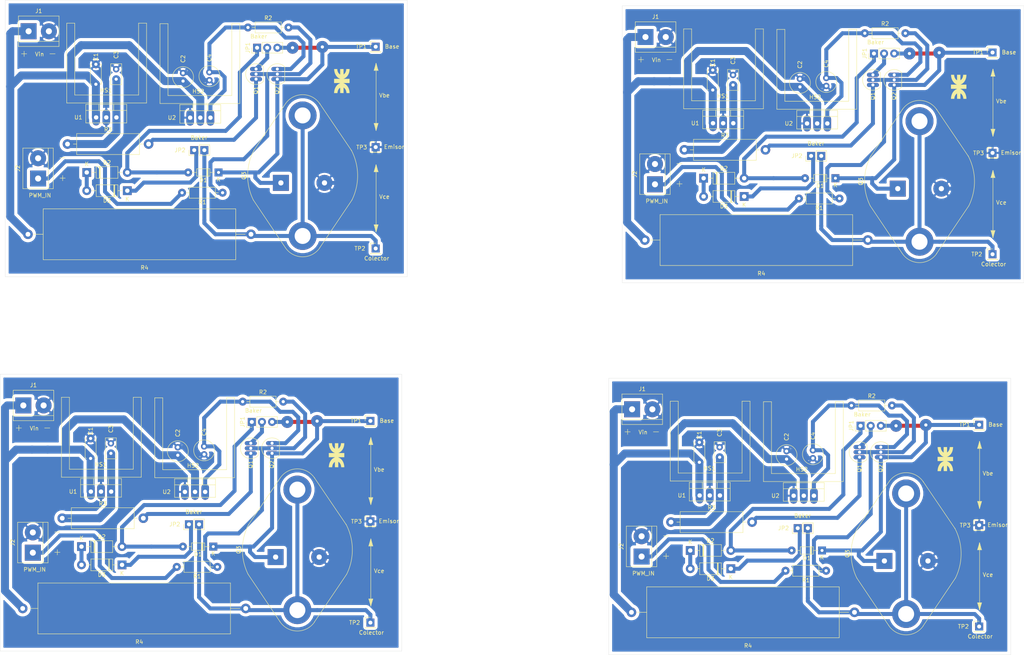
<source format=kicad_pcb>
(kicad_pcb (version 20171130) (host pcbnew "(5.1.0)-1")
  (layers (0 F.Cu signal) (31 B.Cu signal) (34 B.Paste user) (35 F.Paste user) (36 B.SilkS user) (37 F.SilkS user) (38 B.Mask user) (39 F.Mask user) (44 Edge.Cuts user))
  (net 0 "")
  (module lib_fp:TerminalBlock_bornier-2_P5.08mm (layer F.Cu) (at 175.5428 118.7512)
    (fp_text reference J1 (at 2.54 -5.08) (layer F.SilkS))
    (fp_text value Vin)
    (pad 2 thru_hole circle (at 5.08 0) (size 4 4) (drill 1.52) (layers *.Cu *.Mask))
    (pad 1 thru_hole rect (at 0 0) (size 4 4) (drill 1.52) (layers *.Cu *.Mask))
  )
  (module lib_fp:D_DO-41_SOD81_P10.16mm_Horizontal (layer F.Cu) (at 200.2748 158.6992 180)
    (fp_text reference D3 (at 5.08 -2.47 180) (layer F.SilkS))
    (fp_text value MUR160)
    (fp_text user K (at 0 -2.1 180) (layer F.SilkS))
    (pad 1 thru_hole rect (at 0 0 180) (size 2.2 2.2) (drill 1.1) (layers *.Cu *.Mask))
    (pad 2 thru_hole oval (at 10.16 0 180) (size 2.2 2.2) (drill 1.1) (layers *.Cu *.Mask))
  )
  (module lib_fp:C_Disc_D4.7mm_W2.5mm_P5.00mm (layer F.Cu) (at 192.4008 132.0292 90)
    (fp_text reference C1 (at 6.858 0 90) (layer F.SilkS))
    (fp_text value 330nF)
    (pad 2 thru_hole circle (at 5 0 90) (size 2 2) (drill 0.8) (layers *.Cu *.Mask))
    (pad 1 thru_hole circle (at 0 0 90) (size 2 2) (drill 0.8) (layers *.Cu *.Mask))
  )
  (module lib_fp:Heatsink_TO220_A (layer F.Cu) (at 208.4663 116.8527)
    (fp_text reference HS2 (at 9.5885 16.9545) (layer F.SilkS))
    (fp_text value Heatsink)
  )
  (module lib_fp:C_Radial_D5.0mm_H11.0mm_P2.00mm (layer F.Cu) (at 214.2448 129.2352 270)
    (fp_text reference C2 (at -3.556 0 270) (layer F.SilkS))
    (fp_text value 2,2uF)
    (pad 1 thru_hole circle (at 0 0 270) (size 1.6 1.6) (drill 0.8) (layers *.Cu *.Mask))
    (pad 2 thru_hole circle (at 2 0 270) (size 1.6 1.6) (drill 0.8) (layers *.Cu *.Mask))
  )
  (module lib_fp:TO-3 (layer F.Cu) (at 238.7558 156.7434 90)
    (fp_text reference Q3 (at 1.8 -9.25 90) (layer F.SilkS))
    (fp_text value BU208)
    (pad 2 thru_hole rect (at 0 0 90) (size 4 4) (drill 1.3) (layers *.Cu *.Mask))
    (pad 3 thru_hole circle (at 0 10.92 90) (size 4 4) (drill 1.3) (layers *.Cu *.Mask))
    (pad 1 thru_hole circle (at -13.3 5.45 90) (size 7 7) (drill 4) (layers *.Cu *.Mask))
    (pad 1 thru_hole circle (at 16.9 5.45 90) (size 7 7) (drill 4) (layers *.Cu *.Mask))
  )
  (module lib_fp:Heatsink_TO220_A (layer F.Cu) (at 185.0983 116.7257)
    (fp_text reference HS1 (at 9.8425 16.8275) (layer F.SilkS))
    (fp_text value Heatsink)
  )
  (module lib_fp:D_DO-41_SOD81_P10.16mm_Horizontal (layer F.Cu) (at 190.1148 154.1272)
    (fp_text reference D2 (at 5.08 -2.47) (layer F.SilkS))
    (fp_text value MUR160)
    (fp_text user K (at 0 -2.1) (layer F.SilkS))
    (pad 2 thru_hole oval (at 10.16 0) (size 2.2 2.2) (drill 1.1) (layers *.Cu *.Mask))
    (pad 1 thru_hole rect (at 0 0) (size 2.2 2.2) (drill 1.1) (layers *.Cu *.Mask))
  )
  (module lib_fp:TO-92_Inline (layer F.Cu) (at 232.5328 130.7592 90)
    (fp_text reference Q1 (at -2.794 0 270) (layer F.SilkS))
    (fp_text value BC548)
    (pad 1 thru_hole oval (at 0 0 90) (size 1.05 3) (drill 0.75) (layers *.Cu *.Mask))
    (pad 3 thru_hole oval (at 2.54 0 90) (size 1.05 3) (drill 0.75) (layers *.Cu *.Mask))
    (pad 2 thru_hole oval (at 1.27 0 90) (size 1.05 3) (drill 0.75) (layers *.Cu *.Mask))
  )
  (module lib_fp:C_Radial_D5.0mm_H11.0mm_P2.00mm (layer F.Cu) (at 220.8488 131.0132 90)
    (fp_text reference C4 (at 5.588 0 90) (layer F.SilkS))
    (fp_text value 1uF)
    (pad 2 thru_hole circle (at 2 0 90) (size 1.6 1.6) (drill 0.8) (layers *.Cu *.Mask))
    (pad 1 thru_hole circle (at 0 0 90) (size 1.6 1.6) (drill 0.8) (layers *.Cu *.Mask))
  )
  (module lib_fp:C_Disc_D5.0mm_W2.5mm_P2.50mm (layer F.Cu) (at 197.4808 130.7592 90)
    (fp_text reference C3 (at 6.096 0 90) (layer F.SilkS))
    (fp_text value 100nF)
    (pad 1 thru_hole circle (at 0 0 90) (size 1.6 1.6) (drill 0.8) (layers *.Cu *.Mask))
    (pad 2 thru_hole circle (at 2.5 0 90) (size 1.6 1.6) (drill 0.8) (layers *.Cu *.Mask))
  )
  (module lib_fp:D_DO-34_SOD68_P7.62mm_Horizontal (layer F.Cu) (at 223.1348 154.1272 180)
    (fp_text reference D1 (at 3.81 -1.92 180) (layer F.SilkS))
    (fp_text value 1N4148)
    (fp_text user K (at 0 -1.75 180) (layer F.SilkS))
    (pad 1 thru_hole rect (at 0 0 180) (size 2 2) (drill 0.75) (layers *.Cu *.Mask))
    (pad 2 thru_hole oval (at 7.62 0 180) (size 2 2) (drill 0.75) (layers *.Cu *.Mask))
  )
  (module lib_fp:PinHeader_1x02_P2.54mm_Vertical (layer F.Cu) (at 217.0388 148.5392 90)
    (fp_text reference JP2 (at 0 -3.556 180) (layer F.SilkS))
    (fp_text value Jumper_NC_Small)
    (pad 1 thru_hole rect (at 0 0 90) (size 2 2) (drill 1) (layers *.Cu *.Mask))
    (pad 2 thru_hole rect (at 0 2.54 90) (size 2 2) (drill 1) (layers *.Cu *.Mask))
  )
  (module lib_fp:R_Axial_DIN0207_L6.3mm_D2.5mm_P10.16mm_Horizontal (layer F.Cu) (at 230.5008 117.8052)
    (fp_text reference R2 (at 5.08 -2.37) (layer F.SilkS))
    (fp_text value 1k)
    (pad 2 thru_hole oval (at 10.16 0) (size 2 2) (drill 0.8) (layers *.Cu *.Mask))
    (pad 1 thru_hole oval (at 0 0) (size 2 2) (drill 0.8) (layers *.Cu *.Mask))
  )
  (module lib_fp:R_Axial_DIN0207_L6.3mm_D2.5mm_P10.16mm_Horizontal (layer F.Cu) (at 224.1508 159.2072 180)
    (fp_text reference R1 (at 5.08 -2.37 180) (layer F.SilkS))
    (fp_text value 470)
    (pad 1 thru_hole oval (at 0 0 180) (size 2 2) (drill 0.8) (layers *.Cu *.Mask))
    (pad 2 thru_hole oval (at 10.16 0 180) (size 2 2) (drill 0.8) (layers *.Cu *.Mask))
  )
  (module lib_fp:Testpoint (layer F.Cu) (at 262.5048 147.7772)
    (fp_text reference TP3 (at -3.5052 0.0508) (layer F.SilkS))
    (fp_text value GND)
    (pad 1 thru_hole rect (at 0 0) (size 2 2) (drill 1) (layers *.Cu *.Mask))
  )
  (module lib_fp:Testpoint (layer F.Cu) (at 262.5048 173.1772)
    (fp_text reference TP2 (at -3.9624 0) (layer F.SilkS))
    (fp_text value TP_Colector)
    (pad 1 thru_hole rect (at 0 0) (size 2 2) (drill 1) (layers *.Cu *.Mask))
  )
  (module lib_fp:Testpoint (layer F.Cu) (at 262.5048 122.6312)
    (fp_text reference TP1 (at -3.6068 -0.0508) (layer F.SilkS))
    (fp_text value TP_Base)
    (pad 1 thru_hole rect (at 0 0) (size 2 2) (drill 1) (layers *.Cu *.Mask))
  )
  (module lib_fp:R_Axial_Power_L48.0mm_W12.5mm_P55.88mm (layer F.Cu) (at 175.3828 169.6212)
    (fp_text reference R4 (at 29.21 8.382) (layer F.SilkS))
    (fp_text value 15)
    (pad 1 thru_hole circle (at 0 0) (size 2.4 2.4) (drill 1.2) (layers *.Cu *.Mask))
    (pad 2 thru_hole oval (at 55.88 0) (size 2.4 2.4) (drill 1.2) (layers *.Cu *.Mask))
  )
  (module lib_fp:R_Axial_DIN0516_L15.5mm_D5.0mm_P20.32mm_Horizontal (layer F.Cu) (at 185.2888 147.0152)
    (fp_text reference R3 (at 10.16 -3.62) (layer F.SilkS))
    (fp_text value 56)
    (pad 1 thru_hole circle (at 0 0) (size 2.4 2.4) (drill 1.2) (layers *.Cu *.Mask))
    (pad 2 thru_hole oval (at 20.32 0) (size 2.4 2.4) (drill 1.2) (layers *.Cu *.Mask))
  )
  (module lib_fp:TO-92_Inline (layer F.Cu) (at 237.8668 130.7592 90)
    (fp_text reference Q2 (at -2.794 0 90) (layer F.SilkS))
    (fp_text value BC558)
    (pad 2 thru_hole oval (at 1.27 0 90) (size 1.05 3) (drill 0.75) (layers *.Cu *.Mask))
    (pad 3 thru_hole oval (at 2.54 0 90) (size 1.05 3) (drill 0.75) (layers *.Cu *.Mask))
    (pad 1 thru_hole oval (at 0 0 90) (size 1.05 3) (drill 0.75) (layers *.Cu *.Mask))
  )
  (module lib_fp:logo_utn_fsilk_small (layer F.Cu) (at 254.0212 131.2164)
    (fp_text reference G1 hide)
    (fp_text value logo hide)
  )
  (module lib_fp:TO-220-3_Vertical (layer F.Cu) (at 216.0228 140.4112)
    (fp_text reference U2 (at -4.572 0) (layer F.SilkS))
    (fp_text value L7905)
    (pad 3 thru_hole oval (at 5.08 0) (size 1.905 4) (drill 1.1) (layers *.Cu *.Mask))
    (pad 2 thru_hole oval (at 2.54 0) (size 1.905 4) (drill 1.1) (layers *.Cu *.Mask))
    (pad 1 thru_hole oval (at 0 0) (size 1.905 4) (drill 1.1) (layers *.Cu *.Mask))
  )
  (module lib_fp:TO-220-3_Vertical (layer F.Cu) (at 192.4643 140.3477)
    (fp_text reference U1 (at -4.4577 -0.0127) (layer F.SilkS))
    (fp_text value L7812)
    (pad 1 thru_hole oval (at 0 0) (size 1.905 4) (drill 1.1) (layers *.Cu *.Mask))
    (pad 2 thru_hole oval (at 2.54 0) (size 1.905 4) (drill 1.1) (layers *.Cu *.Mask))
    (pad 3 thru_hole oval (at 5.08 0) (size 1.905 4) (drill 1.1) (layers *.Cu *.Mask))
  )
  (module lib_fp:TerminalBlock_bornier-2_P5.08mm (layer F.Cu) (at 177.9228 155.6512 90)
    (fp_text reference J2 (at 2.54 -5.08 90) (layer F.SilkS))
    (fp_text value PWM_IN)
    (pad 1 thru_hole rect (at 0 0 90) (size 4 4) (drill 1.52) (layers *.Cu *.Mask))
    (pad 2 thru_hole circle (at 5.08 0 90) (size 4 4) (drill 1.52) (layers *.Cu *.Mask))
  )
  (module lib_fp:PinHeader_1x03_P2.54mm_Vertical (layer F.Cu) (at 232.7868 122.8852 90)
    (fp_text reference JP1 (at 0 -2.33 90) (layer F.SilkS))
    (fp_text value Jumper_NC_Dual)
    (pad 1 thru_hole rect (at 0 0 90) (size 2 2) (drill 1) (layers *.Cu *.Mask))
    (pad 2 thru_hole oval (at 0 2.54 90) (size 2 2) (drill 1) (layers *.Cu *.Mask))
    (pad 3 thru_hole oval (at 0 5.08 90) (size 2 2) (drill 1) (layers *.Cu *.Mask))
  )
  (module lib_fp:TerminalBlock_bornier-2_P5.08mm (layer F.Cu) (at 23.0158 117.786)
    (fp_text reference J1 (at 2.54 -5.08) (layer F.SilkS))
    (fp_text value Vin)
    (pad 2 thru_hole circle (at 5.08 0) (size 4 4) (drill 1.52) (layers *.Cu *.Mask))
    (pad 1 thru_hole rect (at 0 0) (size 4 4) (drill 1.52) (layers *.Cu *.Mask))
  )
  (module lib_fp:D_DO-41_SOD81_P10.16mm_Horizontal (layer F.Cu) (at 47.7478 157.734 180)
    (fp_text reference D3 (at 5.08 -2.47 180) (layer F.SilkS))
    (fp_text value MUR160)
    (fp_text user K (at 0 -2.1 180) (layer F.SilkS))
    (pad 1 thru_hole rect (at 0 0 180) (size 2.2 2.2) (drill 1.1) (layers *.Cu *.Mask))
    (pad 2 thru_hole oval (at 10.16 0 180) (size 2.2 2.2) (drill 1.1) (layers *.Cu *.Mask))
  )
  (module lib_fp:C_Disc_D4.7mm_W2.5mm_P5.00mm (layer F.Cu) (at 39.8738 131.064 90)
    (fp_text reference C1 (at 6.858 0 90) (layer F.SilkS))
    (fp_text value 330nF)
    (pad 2 thru_hole circle (at 5 0 90) (size 2 2) (drill 0.8) (layers *.Cu *.Mask))
    (pad 1 thru_hole circle (at 0 0 90) (size 2 2) (drill 0.8) (layers *.Cu *.Mask))
  )
  (module lib_fp:Heatsink_TO220_A (layer F.Cu) (at 55.9393 115.8875)
    (fp_text reference HS2 (at 9.5885 16.9545) (layer F.SilkS))
    (fp_text value Heatsink)
  )
  (module lib_fp:C_Radial_D5.0mm_H11.0mm_P2.00mm (layer F.Cu) (at 61.7178 128.27 270)
    (fp_text reference C2 (at -3.556 0 270) (layer F.SilkS))
    (fp_text value 2,2uF)
    (pad 1 thru_hole circle (at 0 0 270) (size 1.6 1.6) (drill 0.8) (layers *.Cu *.Mask))
    (pad 2 thru_hole circle (at 2 0 270) (size 1.6 1.6) (drill 0.8) (layers *.Cu *.Mask))
  )
  (module lib_fp:TO-3 (layer F.Cu) (at 86.2288 155.7782 90)
    (fp_text reference Q3 (at 1.8 -9.25 90) (layer F.SilkS))
    (fp_text value BU208)
    (pad 2 thru_hole rect (at 0 0 90) (size 4 4) (drill 1.3) (layers *.Cu *.Mask))
    (pad 3 thru_hole circle (at 0 10.92 90) (size 4 4) (drill 1.3) (layers *.Cu *.Mask))
    (pad 1 thru_hole circle (at -13.3 5.45 90) (size 7 7) (drill 4) (layers *.Cu *.Mask))
    (pad 1 thru_hole circle (at 16.9 5.45 90) (size 7 7) (drill 4) (layers *.Cu *.Mask))
  )
  (module lib_fp:Heatsink_TO220_A (layer F.Cu) (at 32.5713 115.7605)
    (fp_text reference HS1 (at 9.8425 16.8275) (layer F.SilkS))
    (fp_text value Heatsink)
  )
  (module lib_fp:D_DO-41_SOD81_P10.16mm_Horizontal (layer F.Cu) (at 37.5878 153.162)
    (fp_text reference D2 (at 5.08 -2.47) (layer F.SilkS))
    (fp_text value MUR160)
    (fp_text user K (at 0 -2.1) (layer F.SilkS))
    (pad 2 thru_hole oval (at 10.16 0) (size 2.2 2.2) (drill 1.1) (layers *.Cu *.Mask))
    (pad 1 thru_hole rect (at 0 0) (size 2.2 2.2) (drill 1.1) (layers *.Cu *.Mask))
  )
  (module lib_fp:TO-92_Inline (layer F.Cu) (at 80.0058 129.794 90)
    (fp_text reference Q1 (at -2.794 0 270) (layer F.SilkS))
    (fp_text value BC548)
    (pad 1 thru_hole oval (at 0 0 90) (size 1.05 3) (drill 0.75) (layers *.Cu *.Mask))
    (pad 3 thru_hole oval (at 2.54 0 90) (size 1.05 3) (drill 0.75) (layers *.Cu *.Mask))
    (pad 2 thru_hole oval (at 1.27 0 90) (size 1.05 3) (drill 0.75) (layers *.Cu *.Mask))
  )
  (module lib_fp:C_Radial_D5.0mm_H11.0mm_P2.00mm (layer F.Cu) (at 68.3218 130.048 90)
    (fp_text reference C4 (at 5.588 0 90) (layer F.SilkS))
    (fp_text value 1uF)
    (pad 2 thru_hole circle (at 2 0 90) (size 1.6 1.6) (drill 0.8) (layers *.Cu *.Mask))
    (pad 1 thru_hole circle (at 0 0 90) (size 1.6 1.6) (drill 0.8) (layers *.Cu *.Mask))
  )
  (module lib_fp:C_Disc_D5.0mm_W2.5mm_P2.50mm (layer F.Cu) (at 44.9538 129.794 90)
    (fp_text reference C3 (at 6.096 0 90) (layer F.SilkS))
    (fp_text value 100nF)
    (pad 1 thru_hole circle (at 0 0 90) (size 1.6 1.6) (drill 0.8) (layers *.Cu *.Mask))
    (pad 2 thru_hole circle (at 2.5 0 90) (size 1.6 1.6) (drill 0.8) (layers *.Cu *.Mask))
  )
  (module lib_fp:D_DO-34_SOD68_P7.62mm_Horizontal (layer F.Cu) (at 70.6078 153.162 180)
    (fp_text reference D1 (at 3.81 -1.92 180) (layer F.SilkS))
    (fp_text value 1N4148)
    (fp_text user K (at 0 -1.75 180) (layer F.SilkS))
    (pad 1 thru_hole rect (at 0 0 180) (size 2 2) (drill 0.75) (layers *.Cu *.Mask))
    (pad 2 thru_hole oval (at 7.62 0 180) (size 2 2) (drill 0.75) (layers *.Cu *.Mask))
  )
  (module lib_fp:PinHeader_1x02_P2.54mm_Vertical (layer F.Cu) (at 64.5118 147.574 90)
    (fp_text reference JP2 (at 0 -3.556 180) (layer F.SilkS))
    (fp_text value Jumper_NC_Small)
    (pad 1 thru_hole rect (at 0 0 90) (size 2 2) (drill 1) (layers *.Cu *.Mask))
    (pad 2 thru_hole rect (at 0 2.54 90) (size 2 2) (drill 1) (layers *.Cu *.Mask))
  )
  (module lib_fp:R_Axial_DIN0207_L6.3mm_D2.5mm_P10.16mm_Horizontal (layer F.Cu) (at 77.9738 116.84)
    (fp_text reference R2 (at 5.08 -2.37) (layer F.SilkS))
    (fp_text value 1k)
    (pad 2 thru_hole oval (at 10.16 0) (size 2 2) (drill 0.8) (layers *.Cu *.Mask))
    (pad 1 thru_hole oval (at 0 0) (size 2 2) (drill 0.8) (layers *.Cu *.Mask))
  )
  (module lib_fp:R_Axial_DIN0207_L6.3mm_D2.5mm_P10.16mm_Horizontal (layer F.Cu) (at 71.6238 158.242 180)
    (fp_text reference R1 (at 5.08 -2.37 180) (layer F.SilkS))
    (fp_text value 470)
    (pad 1 thru_hole oval (at 0 0 180) (size 2 2) (drill 0.8) (layers *.Cu *.Mask))
    (pad 2 thru_hole oval (at 10.16 0 180) (size 2 2) (drill 0.8) (layers *.Cu *.Mask))
  )
  (module lib_fp:Testpoint (layer F.Cu) (at 109.9778 146.812)
    (fp_text reference TP3 (at -3.5052 0.0508) (layer F.SilkS))
    (fp_text value GND)
    (pad 1 thru_hole rect (at 0 0) (size 2 2) (drill 1) (layers *.Cu *.Mask))
  )
  (module lib_fp:Testpoint (layer F.Cu) (at 109.9778 172.212)
    (fp_text reference TP2 (at -3.9624 0) (layer F.SilkS))
    (fp_text value TP_Colector)
    (pad 1 thru_hole rect (at 0 0) (size 2 2) (drill 1) (layers *.Cu *.Mask))
  )
  (module lib_fp:Testpoint (layer F.Cu) (at 109.9778 121.666)
    (fp_text reference TP1 (at -3.6068 -0.0508) (layer F.SilkS))
    (fp_text value TP_Base)
    (pad 1 thru_hole rect (at 0 0) (size 2 2) (drill 1) (layers *.Cu *.Mask))
  )
  (module lib_fp:R_Axial_Power_L48.0mm_W12.5mm_P55.88mm (layer F.Cu) (at 22.8558 168.656)
    (fp_text reference R4 (at 29.21 8.382) (layer F.SilkS))
    (fp_text value 15)
    (pad 1 thru_hole circle (at 0 0) (size 2.4 2.4) (drill 1.2) (layers *.Cu *.Mask))
    (pad 2 thru_hole oval (at 55.88 0) (size 2.4 2.4) (drill 1.2) (layers *.Cu *.Mask))
  )
  (module lib_fp:R_Axial_DIN0516_L15.5mm_D5.0mm_P20.32mm_Horizontal (layer F.Cu) (at 32.7618 146.05)
    (fp_text reference R3 (at 10.16 -3.62) (layer F.SilkS))
    (fp_text value 56)
    (pad 1 thru_hole circle (at 0 0) (size 2.4 2.4) (drill 1.2) (layers *.Cu *.Mask))
    (pad 2 thru_hole oval (at 20.32 0) (size 2.4 2.4) (drill 1.2) (layers *.Cu *.Mask))
  )
  (module lib_fp:TO-92_Inline (layer F.Cu) (at 85.3398 129.794 90)
    (fp_text reference Q2 (at -2.794 0 90) (layer F.SilkS))
    (fp_text value BC558)
    (pad 2 thru_hole oval (at 1.27 0 90) (size 1.05 3) (drill 0.75) (layers *.Cu *.Mask))
    (pad 3 thru_hole oval (at 2.54 0 90) (size 1.05 3) (drill 0.75) (layers *.Cu *.Mask))
    (pad 1 thru_hole oval (at 0 0 90) (size 1.05 3) (drill 0.75) (layers *.Cu *.Mask))
  )
  (module lib_fp:logo_utn_fsilk_small (layer F.Cu) (at 101.4942 130.2512)
    (fp_text reference G1 hide)
    (fp_text value logo hide)
  )
  (module lib_fp:TO-220-3_Vertical (layer F.Cu) (at 63.4958 139.446)
    (fp_text reference U2 (at -4.572 0) (layer F.SilkS))
    (fp_text value L7905)
    (pad 3 thru_hole oval (at 5.08 0) (size 1.905 4) (drill 1.1) (layers *.Cu *.Mask))
    (pad 2 thru_hole oval (at 2.54 0) (size 1.905 4) (drill 1.1) (layers *.Cu *.Mask))
    (pad 1 thru_hole oval (at 0 0) (size 1.905 4) (drill 1.1) (layers *.Cu *.Mask))
  )
  (module lib_fp:TO-220-3_Vertical (layer F.Cu) (at 39.9373 139.3825)
    (fp_text reference U1 (at -4.4577 -0.0127) (layer F.SilkS))
    (fp_text value L7812)
    (pad 1 thru_hole oval (at 0 0) (size 1.905 4) (drill 1.1) (layers *.Cu *.Mask))
    (pad 2 thru_hole oval (at 2.54 0) (size 1.905 4) (drill 1.1) (layers *.Cu *.Mask))
    (pad 3 thru_hole oval (at 5.08 0) (size 1.905 4) (drill 1.1) (layers *.Cu *.Mask))
  )
  (module lib_fp:TerminalBlock_bornier-2_P5.08mm (layer F.Cu) (at 25.3958 154.686 90)
    (fp_text reference J2 (at 2.54 -5.08 90) (layer F.SilkS))
    (fp_text value PWM_IN)
    (pad 1 thru_hole rect (at 0 0 90) (size 4 4) (drill 1.52) (layers *.Cu *.Mask))
    (pad 2 thru_hole circle (at 5.08 0 90) (size 4 4) (drill 1.52) (layers *.Cu *.Mask))
  )
  (module lib_fp:PinHeader_1x03_P2.54mm_Vertical (layer F.Cu) (at 80.2598 121.92 90)
    (fp_text reference JP1 (at 0 -2.33 90) (layer F.SilkS))
    (fp_text value Jumper_NC_Dual)
    (pad 1 thru_hole rect (at 0 0 90) (size 2 2) (drill 1) (layers *.Cu *.Mask))
    (pad 2 thru_hole oval (at 0 2.54 90) (size 2 2) (drill 1) (layers *.Cu *.Mask))
    (pad 3 thru_hole oval (at 0 5.08 90) (size 2 2) (drill 1) (layers *.Cu *.Mask))
  )
  (module lib_fp:TerminalBlock_bornier-2_P5.08mm (layer F.Cu) (at 178.8956 25.4824)
    (fp_text reference J1 (at 2.54 -5.08) (layer F.SilkS))
    (fp_text value Vin)
    (pad 2 thru_hole circle (at 5.08 0) (size 4 4) (drill 1.52) (layers *.Cu *.Mask))
    (pad 1 thru_hole rect (at 0 0) (size 4 4) (drill 1.52) (layers *.Cu *.Mask))
  )
  (module lib_fp:D_DO-41_SOD81_P10.16mm_Horizontal (layer F.Cu) (at 203.6276 65.4304 180)
    (fp_text reference D3 (at 5.08 -2.47 180) (layer F.SilkS))
    (fp_text value MUR160)
    (fp_text user K (at 0 -2.1 180) (layer F.SilkS))
    (pad 1 thru_hole rect (at 0 0 180) (size 2.2 2.2) (drill 1.1) (layers *.Cu *.Mask))
    (pad 2 thru_hole oval (at 10.16 0 180) (size 2.2 2.2) (drill 1.1) (layers *.Cu *.Mask))
  )
  (module lib_fp:C_Disc_D4.7mm_W2.5mm_P5.00mm (layer F.Cu) (at 195.7536 38.7604 90)
    (fp_text reference C1 (at 6.858 0 90) (layer F.SilkS))
    (fp_text value 330nF)
    (pad 2 thru_hole circle (at 5 0 90) (size 2 2) (drill 0.8) (layers *.Cu *.Mask))
    (pad 1 thru_hole circle (at 0 0 90) (size 2 2) (drill 0.8) (layers *.Cu *.Mask))
  )
  (module lib_fp:Heatsink_TO220_A (layer F.Cu) (at 211.8191 23.5839)
    (fp_text reference HS2 (at 9.5885 16.9545) (layer F.SilkS))
    (fp_text value Heatsink)
  )
  (module lib_fp:C_Radial_D5.0mm_H11.0mm_P2.00mm (layer F.Cu) (at 217.5976 35.9664 270)
    (fp_text reference C2 (at -3.556 0 270) (layer F.SilkS))
    (fp_text value 2,2uF)
    (pad 1 thru_hole circle (at 0 0 270) (size 1.6 1.6) (drill 0.8) (layers *.Cu *.Mask))
    (pad 2 thru_hole circle (at 2 0 270) (size 1.6 1.6) (drill 0.8) (layers *.Cu *.Mask))
  )
  (module lib_fp:TO-3 (layer F.Cu) (at 242.1086 63.4746 90)
    (fp_text reference Q3 (at 1.8 -9.25 90) (layer F.SilkS))
    (fp_text value BU208)
    (pad 2 thru_hole rect (at 0 0 90) (size 4 4) (drill 1.3) (layers *.Cu *.Mask))
    (pad 3 thru_hole circle (at 0 10.92 90) (size 4 4) (drill 1.3) (layers *.Cu *.Mask))
    (pad 1 thru_hole circle (at -13.3 5.45 90) (size 7 7) (drill 4) (layers *.Cu *.Mask))
    (pad 1 thru_hole circle (at 16.9 5.45 90) (size 7 7) (drill 4) (layers *.Cu *.Mask))
  )
  (module lib_fp:Heatsink_TO220_A (layer F.Cu) (at 188.4511 23.4569)
    (fp_text reference HS1 (at 9.8425 16.8275) (layer F.SilkS))
    (fp_text value Heatsink)
  )
  (module lib_fp:D_DO-41_SOD81_P10.16mm_Horizontal (layer F.Cu) (at 193.4676 60.8584)
    (fp_text reference D2 (at 5.08 -2.47) (layer F.SilkS))
    (fp_text value MUR160)
    (fp_text user K (at 0 -2.1) (layer F.SilkS))
    (pad 2 thru_hole oval (at 10.16 0) (size 2.2 2.2) (drill 1.1) (layers *.Cu *.Mask))
    (pad 1 thru_hole rect (at 0 0) (size 2.2 2.2) (drill 1.1) (layers *.Cu *.Mask))
  )
  (module lib_fp:TO-92_Inline (layer F.Cu) (at 235.8856 37.4904 90)
    (fp_text reference Q1 (at -2.794 0 270) (layer F.SilkS))
    (fp_text value BC548)
    (pad 1 thru_hole oval (at 0 0 90) (size 1.05 3) (drill 0.75) (layers *.Cu *.Mask))
    (pad 3 thru_hole oval (at 2.54 0 90) (size 1.05 3) (drill 0.75) (layers *.Cu *.Mask))
    (pad 2 thru_hole oval (at 1.27 0 90) (size 1.05 3) (drill 0.75) (layers *.Cu *.Mask))
  )
  (module lib_fp:C_Radial_D5.0mm_H11.0mm_P2.00mm (layer F.Cu) (at 224.2016 37.7444 90)
    (fp_text reference C4 (at 5.588 0 90) (layer F.SilkS))
    (fp_text value 1uF)
    (pad 2 thru_hole circle (at 2 0 90) (size 1.6 1.6) (drill 0.8) (layers *.Cu *.Mask))
    (pad 1 thru_hole circle (at 0 0 90) (size 1.6 1.6) (drill 0.8) (layers *.Cu *.Mask))
  )
  (module lib_fp:C_Disc_D5.0mm_W2.5mm_P2.50mm (layer F.Cu) (at 200.8336 37.4904 90)
    (fp_text reference C3 (at 6.096 0 90) (layer F.SilkS))
    (fp_text value 100nF)
    (pad 1 thru_hole circle (at 0 0 90) (size 1.6 1.6) (drill 0.8) (layers *.Cu *.Mask))
    (pad 2 thru_hole circle (at 2.5 0 90) (size 1.6 1.6) (drill 0.8) (layers *.Cu *.Mask))
  )
  (module lib_fp:D_DO-34_SOD68_P7.62mm_Horizontal (layer F.Cu) (at 226.4876 60.8584 180)
    (fp_text reference D1 (at 3.81 -1.92 180) (layer F.SilkS))
    (fp_text value 1N4148)
    (fp_text user K (at 0 -1.75 180) (layer F.SilkS))
    (pad 1 thru_hole rect (at 0 0 180) (size 2 2) (drill 0.75) (layers *.Cu *.Mask))
    (pad 2 thru_hole oval (at 7.62 0 180) (size 2 2) (drill 0.75) (layers *.Cu *.Mask))
  )
  (module lib_fp:PinHeader_1x02_P2.54mm_Vertical (layer F.Cu) (at 220.3916 55.2704 90)
    (fp_text reference JP2 (at 0 -3.556 180) (layer F.SilkS))
    (fp_text value Jumper_NC_Small)
    (pad 1 thru_hole rect (at 0 0 90) (size 2 2) (drill 1) (layers *.Cu *.Mask))
    (pad 2 thru_hole rect (at 0 2.54 90) (size 2 2) (drill 1) (layers *.Cu *.Mask))
  )
  (module lib_fp:R_Axial_DIN0207_L6.3mm_D2.5mm_P10.16mm_Horizontal (layer F.Cu) (at 233.8536 24.5364)
    (fp_text reference R2 (at 5.08 -2.37) (layer F.SilkS))
    (fp_text value 1k)
    (pad 2 thru_hole oval (at 10.16 0) (size 2 2) (drill 0.8) (layers *.Cu *.Mask))
    (pad 1 thru_hole oval (at 0 0) (size 2 2) (drill 0.8) (layers *.Cu *.Mask))
  )
  (module lib_fp:R_Axial_DIN0207_L6.3mm_D2.5mm_P10.16mm_Horizontal (layer F.Cu) (at 227.5036 65.9384 180)
    (fp_text reference R1 (at 5.08 -2.37 180) (layer F.SilkS))
    (fp_text value 470)
    (pad 1 thru_hole oval (at 0 0 180) (size 2 2) (drill 0.8) (layers *.Cu *.Mask))
    (pad 2 thru_hole oval (at 10.16 0 180) (size 2 2) (drill 0.8) (layers *.Cu *.Mask))
  )
  (module lib_fp:Testpoint (layer F.Cu) (at 265.8576 54.5084)
    (fp_text reference TP3 (at -3.5052 0.0508) (layer F.SilkS))
    (fp_text value GND)
    (pad 1 thru_hole rect (at 0 0) (size 2 2) (drill 1) (layers *.Cu *.Mask))
  )
  (module lib_fp:Testpoint (layer F.Cu) (at 265.8576 79.9084)
    (fp_text reference TP2 (at -3.9624 0) (layer F.SilkS))
    (fp_text value TP_Colector)
    (pad 1 thru_hole rect (at 0 0) (size 2 2) (drill 1) (layers *.Cu *.Mask))
  )
  (module lib_fp:Testpoint (layer F.Cu) (at 265.8576 29.3624)
    (fp_text reference TP1 (at -3.6068 -0.0508) (layer F.SilkS))
    (fp_text value TP_Base)
    (pad 1 thru_hole rect (at 0 0) (size 2 2) (drill 1) (layers *.Cu *.Mask))
  )
  (module lib_fp:R_Axial_Power_L48.0mm_W12.5mm_P55.88mm (layer F.Cu) (at 178.7356 76.3524)
    (fp_text reference R4 (at 29.21 8.382) (layer F.SilkS))
    (fp_text value 15)
    (pad 1 thru_hole circle (at 0 0) (size 2.4 2.4) (drill 1.2) (layers *.Cu *.Mask))
    (pad 2 thru_hole oval (at 55.88 0) (size 2.4 2.4) (drill 1.2) (layers *.Cu *.Mask))
  )
  (module lib_fp:R_Axial_DIN0516_L15.5mm_D5.0mm_P20.32mm_Horizontal (layer F.Cu) (at 188.6416 53.7464)
    (fp_text reference R3 (at 10.16 -3.62) (layer F.SilkS))
    (fp_text value 56)
    (pad 1 thru_hole circle (at 0 0) (size 2.4 2.4) (drill 1.2) (layers *.Cu *.Mask))
    (pad 2 thru_hole oval (at 20.32 0) (size 2.4 2.4) (drill 1.2) (layers *.Cu *.Mask))
  )
  (module lib_fp:TO-92_Inline (layer F.Cu) (at 241.2196 37.4904 90)
    (fp_text reference Q2 (at -2.794 0 90) (layer F.SilkS))
    (fp_text value BC558)
    (pad 2 thru_hole oval (at 1.27 0 90) (size 1.05 3) (drill 0.75) (layers *.Cu *.Mask))
    (pad 3 thru_hole oval (at 2.54 0 90) (size 1.05 3) (drill 0.75) (layers *.Cu *.Mask))
    (pad 1 thru_hole oval (at 0 0 90) (size 1.05 3) (drill 0.75) (layers *.Cu *.Mask))
  )
  (module lib_fp:logo_utn_fsilk_small (layer F.Cu) (at 257.374 37.9476)
    (fp_text reference G1 hide)
    (fp_text value logo hide)
  )
  (module lib_fp:TO-220-3_Vertical (layer F.Cu) (at 219.3756 47.1424)
    (fp_text reference U2 (at -4.572 0) (layer F.SilkS))
    (fp_text value L7905)
    (pad 3 thru_hole oval (at 5.08 0) (size 1.905 4) (drill 1.1) (layers *.Cu *.Mask))
    (pad 2 thru_hole oval (at 2.54 0) (size 1.905 4) (drill 1.1) (layers *.Cu *.Mask))
    (pad 1 thru_hole oval (at 0 0) (size 1.905 4) (drill 1.1) (layers *.Cu *.Mask))
  )
  (module lib_fp:TO-220-3_Vertical (layer F.Cu) (at 195.8171 47.0789)
    (fp_text reference U1 (at -4.4577 -0.0127) (layer F.SilkS))
    (fp_text value L7812)
    (pad 1 thru_hole oval (at 0 0) (size 1.905 4) (drill 1.1) (layers *.Cu *.Mask))
    (pad 2 thru_hole oval (at 2.54 0) (size 1.905 4) (drill 1.1) (layers *.Cu *.Mask))
    (pad 3 thru_hole oval (at 5.08 0) (size 1.905 4) (drill 1.1) (layers *.Cu *.Mask))
  )
  (module lib_fp:TerminalBlock_bornier-2_P5.08mm (layer F.Cu) (at 181.2756 62.3824 90)
    (fp_text reference J2 (at 2.54 -5.08 90) (layer F.SilkS))
    (fp_text value PWM_IN)
    (pad 1 thru_hole rect (at 0 0 90) (size 4 4) (drill 1.52) (layers *.Cu *.Mask))
    (pad 2 thru_hole circle (at 5.08 0 90) (size 4 4) (drill 1.52) (layers *.Cu *.Mask))
  )
  (module lib_fp:PinHeader_1x03_P2.54mm_Vertical (layer F.Cu) (at 236.1396 29.6164 90)
    (fp_text reference JP1 (at 0 -2.33 90) (layer F.SilkS))
    (fp_text value Jumper_NC_Dual)
    (pad 1 thru_hole rect (at 0 0 90) (size 2 2) (drill 1) (layers *.Cu *.Mask))
    (pad 2 thru_hole oval (at 0 2.54 90) (size 2 2) (drill 1) (layers *.Cu *.Mask))
    (pad 3 thru_hole oval (at 0 5.08 90) (size 2 2) (drill 1) (layers *.Cu *.Mask))
  )
  (module lib_fp:TerminalBlock_bornier-2_P5.08mm (layer F.Cu) (at 24.3366 24.0346)
    (fp_text reference J1 (at 2.54 -5.08) (layer F.SilkS))
    (fp_text value Vin)
    (pad 2 thru_hole circle (at 5.08 0) (size 4 4) (drill 1.52) (layers *.Cu *.Mask))
    (pad 1 thru_hole rect (at 0 0) (size 4 4) (drill 1.52) (layers *.Cu *.Mask))
  )
  (module lib_fp:D_DO-41_SOD81_P10.16mm_Horizontal (layer F.Cu) (at 49.0686 63.9826 180)
    (fp_text reference D3 (at 5.08 -2.47 180) (layer F.SilkS))
    (fp_text value MUR160)
    (fp_text user K (at 0 -2.1 180) (layer F.SilkS))
    (pad 1 thru_hole rect (at 0 0 180) (size 2.2 2.2) (drill 1.1) (layers *.Cu *.Mask))
    (pad 2 thru_hole oval (at 10.16 0 180) (size 2.2 2.2) (drill 1.1) (layers *.Cu *.Mask))
  )
  (module lib_fp:C_Disc_D4.7mm_W2.5mm_P5.00mm (layer F.Cu) (at 41.1946 37.3126 90)
    (fp_text reference C1 (at 6.858 0 90) (layer F.SilkS))
    (fp_text value 330nF)
    (pad 2 thru_hole circle (at 5 0 90) (size 2 2) (drill 0.8) (layers *.Cu *.Mask))
    (pad 1 thru_hole circle (at 0 0 90) (size 2 2) (drill 0.8) (layers *.Cu *.Mask))
  )
  (module lib_fp:Heatsink_TO220_A (layer F.Cu) (at 57.2601 22.1361)
    (fp_text reference HS2 (at 9.5885 16.9545) (layer F.SilkS))
    (fp_text value Heatsink)
  )
  (module lib_fp:C_Radial_D5.0mm_H11.0mm_P2.00mm (layer F.Cu) (at 63.0386 34.5186 270)
    (fp_text reference C2 (at -3.556 0 270) (layer F.SilkS))
    (fp_text value 2,2uF)
    (pad 1 thru_hole circle (at 0 0 270) (size 1.6 1.6) (drill 0.8) (layers *.Cu *.Mask))
    (pad 2 thru_hole circle (at 2 0 270) (size 1.6 1.6) (drill 0.8) (layers *.Cu *.Mask))
  )
  (module lib_fp:TO-3 (layer F.Cu) (at 87.5496 62.0268 90)
    (fp_text reference Q3 (at 1.8 -9.25 90) (layer F.SilkS))
    (fp_text value BU208)
    (pad 2 thru_hole rect (at 0 0 90) (size 4 4) (drill 1.3) (layers *.Cu *.Mask))
    (pad 3 thru_hole circle (at 0 10.92 90) (size 4 4) (drill 1.3) (layers *.Cu *.Mask))
    (pad 1 thru_hole circle (at -13.3 5.45 90) (size 7 7) (drill 4) (layers *.Cu *.Mask))
    (pad 1 thru_hole circle (at 16.9 5.45 90) (size 7 7) (drill 4) (layers *.Cu *.Mask))
  )
  (module lib_fp:Heatsink_TO220_A (layer F.Cu) (at 33.8921 22.0091)
    (fp_text reference HS1 (at 9.8425 16.8275) (layer F.SilkS))
    (fp_text value Heatsink)
  )
  (module lib_fp:D_DO-41_SOD81_P10.16mm_Horizontal (layer F.Cu) (at 38.9086 59.4106)
    (fp_text reference D2 (at 5.08 -2.47) (layer F.SilkS))
    (fp_text value MUR160)
    (fp_text user K (at 0 -2.1) (layer F.SilkS))
    (pad 2 thru_hole oval (at 10.16 0) (size 2.2 2.2) (drill 1.1) (layers *.Cu *.Mask))
    (pad 1 thru_hole rect (at 0 0) (size 2.2 2.2) (drill 1.1) (layers *.Cu *.Mask))
  )
  (module lib_fp:TO-92_Inline (layer F.Cu) (at 81.3266 36.0426 90)
    (fp_text reference Q1 (at -2.794 0 270) (layer F.SilkS))
    (fp_text value BC548)
    (pad 1 thru_hole oval (at 0 0 90) (size 1.05 3) (drill 0.75) (layers *.Cu *.Mask))
    (pad 3 thru_hole oval (at 2.54 0 90) (size 1.05 3) (drill 0.75) (layers *.Cu *.Mask))
    (pad 2 thru_hole oval (at 1.27 0 90) (size 1.05 3) (drill 0.75) (layers *.Cu *.Mask))
  )
  (module lib_fp:C_Radial_D5.0mm_H11.0mm_P2.00mm (layer F.Cu) (at 69.6426 36.2966 90)
    (fp_text reference C4 (at 5.588 0 90) (layer F.SilkS))
    (fp_text value 1uF)
    (pad 2 thru_hole circle (at 2 0 90) (size 1.6 1.6) (drill 0.8) (layers *.Cu *.Mask))
    (pad 1 thru_hole circle (at 0 0 90) (size 1.6 1.6) (drill 0.8) (layers *.Cu *.Mask))
  )
  (module lib_fp:C_Disc_D5.0mm_W2.5mm_P2.50mm (layer F.Cu) (at 46.2746 36.0426 90)
    (fp_text reference C3 (at 6.096 0 90) (layer F.SilkS))
    (fp_text value 100nF)
    (pad 1 thru_hole circle (at 0 0 90) (size 1.6 1.6) (drill 0.8) (layers *.Cu *.Mask))
    (pad 2 thru_hole circle (at 2.5 0 90) (size 1.6 1.6) (drill 0.8) (layers *.Cu *.Mask))
  )
  (module lib_fp:D_DO-34_SOD68_P7.62mm_Horizontal (layer F.Cu) (at 71.9286 59.4106 180)
    (fp_text reference D1 (at 3.81 -1.92 180) (layer F.SilkS))
    (fp_text value 1N4148)
    (fp_text user K (at 0 -1.75 180) (layer F.SilkS))
    (pad 1 thru_hole rect (at 0 0 180) (size 2 2) (drill 0.75) (layers *.Cu *.Mask))
    (pad 2 thru_hole oval (at 7.62 0 180) (size 2 2) (drill 0.75) (layers *.Cu *.Mask))
  )
  (module lib_fp:PinHeader_1x02_P2.54mm_Vertical (layer F.Cu) (at 65.8326 53.8226 90)
    (fp_text reference JP2 (at 0 -3.556 180) (layer F.SilkS))
    (fp_text value Jumper_NC_Small)
    (pad 1 thru_hole rect (at 0 0 90) (size 2 2) (drill 1) (layers *.Cu *.Mask))
    (pad 2 thru_hole rect (at 0 2.54 90) (size 2 2) (drill 1) (layers *.Cu *.Mask))
  )
  (module lib_fp:R_Axial_DIN0207_L6.3mm_D2.5mm_P10.16mm_Horizontal (layer F.Cu) (at 79.2946 23.0886)
    (fp_text reference R2 (at 5.08 -2.37) (layer F.SilkS))
    (fp_text value 1k)
    (pad 2 thru_hole oval (at 10.16 0) (size 2 2) (drill 0.8) (layers *.Cu *.Mask))
    (pad 1 thru_hole oval (at 0 0) (size 2 2) (drill 0.8) (layers *.Cu *.Mask))
  )
  (module lib_fp:R_Axial_DIN0207_L6.3mm_D2.5mm_P10.16mm_Horizontal (layer F.Cu) (at 72.9446 64.4906 180)
    (fp_text reference R1 (at 5.08 -2.37 180) (layer F.SilkS))
    (fp_text value 470)
    (pad 1 thru_hole oval (at 0 0 180) (size 2 2) (drill 0.8) (layers *.Cu *.Mask))
    (pad 2 thru_hole oval (at 10.16 0 180) (size 2 2) (drill 0.8) (layers *.Cu *.Mask))
  )
  (module lib_fp:Testpoint (layer F.Cu) (at 111.2986 53.0606)
    (fp_text reference TP3 (at -3.5052 0.0508) (layer F.SilkS))
    (fp_text value GND)
    (pad 1 thru_hole rect (at 0 0) (size 2 2) (drill 1) (layers *.Cu *.Mask))
  )
  (module lib_fp:Testpoint (layer F.Cu) (at 111.2986 78.4606)
    (fp_text reference TP2 (at -3.9624 0) (layer F.SilkS))
    (fp_text value TP_Colector)
    (pad 1 thru_hole rect (at 0 0) (size 2 2) (drill 1) (layers *.Cu *.Mask))
  )
  (module lib_fp:Testpoint (layer F.Cu) (at 111.2986 27.9146)
    (fp_text reference TP1 (at -3.6068 -0.0508) (layer F.SilkS))
    (fp_text value TP_Base)
    (pad 1 thru_hole rect (at 0 0) (size 2 2) (drill 1) (layers *.Cu *.Mask))
  )
  (module lib_fp:R_Axial_Power_L48.0mm_W12.5mm_P55.88mm (layer F.Cu) (at 24.1766 74.9046)
    (fp_text reference R4 (at 29.21 8.382) (layer F.SilkS))
    (fp_text value 15)
    (pad 1 thru_hole circle (at 0 0) (size 2.4 2.4) (drill 1.2) (layers *.Cu *.Mask))
    (pad 2 thru_hole oval (at 55.88 0) (size 2.4 2.4) (drill 1.2) (layers *.Cu *.Mask))
  )
  (module lib_fp:R_Axial_DIN0516_L15.5mm_D5.0mm_P20.32mm_Horizontal (layer F.Cu) (at 34.0826 52.2986)
    (fp_text reference R3 (at 10.16 -3.62) (layer F.SilkS))
    (fp_text value 56)
    (pad 1 thru_hole circle (at 0 0) (size 2.4 2.4) (drill 1.2) (layers *.Cu *.Mask))
    (pad 2 thru_hole oval (at 20.32 0) (size 2.4 2.4) (drill 1.2) (layers *.Cu *.Mask))
  )
  (module lib_fp:TO-92_Inline (layer F.Cu) (at 86.6606 36.0426 90)
    (fp_text reference Q2 (at -2.794 0 90) (layer F.SilkS))
    (fp_text value BC558)
    (pad 2 thru_hole oval (at 1.27 0 90) (size 1.05 3) (drill 0.75) (layers *.Cu *.Mask))
    (pad 3 thru_hole oval (at 2.54 0 90) (size 1.05 3) (drill 0.75) (layers *.Cu *.Mask))
    (pad 1 thru_hole oval (at 0 0 90) (size 1.05 3) (drill 0.75) (layers *.Cu *.Mask))
  )
  (module lib_fp:logo_utn_fsilk_small (layer F.Cu) (at 102.815 36.4998)
    (fp_text reference G1 hide)
    (fp_text value logo hide)
  )
  (module lib_fp:TO-220-3_Vertical (layer F.Cu) (at 64.8166 45.6946)
    (fp_text reference U2 (at -4.572 0) (layer F.SilkS))
    (fp_text value L7905)
    (pad 3 thru_hole oval (at 5.08 0) (size 1.905 4) (drill 1.1) (layers *.Cu *.Mask))
    (pad 2 thru_hole oval (at 2.54 0) (size 1.905 4) (drill 1.1) (layers *.Cu *.Mask))
    (pad 1 thru_hole oval (at 0 0) (size 1.905 4) (drill 1.1) (layers *.Cu *.Mask))
  )
  (module lib_fp:TO-220-3_Vertical (layer F.Cu) (at 41.2581 45.6311)
    (fp_text reference U1 (at -4.4577 -0.0127) (layer F.SilkS))
    (fp_text value L7812)
    (pad 1 thru_hole oval (at 0 0) (size 1.905 4) (drill 1.1) (layers *.Cu *.Mask))
    (pad 2 thru_hole oval (at 2.54 0) (size 1.905 4) (drill 1.1) (layers *.Cu *.Mask))
    (pad 3 thru_hole oval (at 5.08 0) (size 1.905 4) (drill 1.1) (layers *.Cu *.Mask))
  )
  (module lib_fp:TerminalBlock_bornier-2_P5.08mm (layer F.Cu) (at 26.7166 60.9346 90)
    (fp_text reference J2 (at 2.54 -5.08 90) (layer F.SilkS))
    (fp_text value PWM_IN)
    (pad 1 thru_hole rect (at 0 0 90) (size 4 4) (drill 1.52) (layers *.Cu *.Mask))
    (pad 2 thru_hole circle (at 5.08 0 90) (size 4 4) (drill 1.52) (layers *.Cu *.Mask))
  )
  (module lib_fp:PinHeader_1x03_P2.54mm_Vertical (layer F.Cu) (at 81.5806 28.1686 90)
    (fp_text reference JP1 (at 0 -2.33 90) (layer F.SilkS))
    (fp_text value Jumper_NC_Dual)
    (pad 1 thru_hole rect (at 0 0 90) (size 2 2) (drill 1) (layers *.Cu *.Mask))
    (pad 2 thru_hole oval (at 0 2.54 90) (size 2 2) (drill 1) (layers *.Cu *.Mask))
    (pad 3 thru_hole oval (at 0 5.08 90) (size 2 2) (drill 1) (layers *.Cu *.Mask))
  )
  (gr_text Vin (at 178.2784 124.5108) (layer F.SilkS) (effects (font (size 1 1))))
  (gr_text Baker (at 218.258 145.4404) (layer F.SilkS) (effects (font (size 1 1))))
  (gr_text Vbe (at 264.6892 134.8232) (layer F.SilkS) (effects (font (size 1 1))))
  (gr_text Base (at 266.6196 122.5804) (layer F.SilkS) (effects (font (size 1 1))))
  (gr_text Vce (at 264.6892 160.2232) (layer F.SilkS) (effects (font (size 1 1))))
  (gr_text Emisor (at 267.1276 147.7264) (layer F.SilkS) (effects (font (size 1 1))))
  (gr_text Colector (at 262.7588 175.6664) (layer F.SilkS) (effects (font (size 1 1))))
  (gr_text PWM_IN (at 178.38 159.8676) (layer F.SilkS) (effects (font (size 1 1))))
  (gr_text Baker (at 233.1932 120.0404) (layer F.SilkS) (effects (font (size 1 1))))
  (gr_line (start 270.3788 110.9472) (end 169.7228 110.9472) (layer Edge.Cuts) (width 0.05))
  (gr_line (start 262.8604 167.4876) (end 262.6572 167.9956) (layer F.SilkS) (width 0.12))
  (gr_line (start 262.7588 128.27) (end 262.454 128.27) (layer F.SilkS) (width 0.12))
  (gr_line (start 262.5556 167.4368) (end 262.6064 168.7576) (layer F.SilkS) (width 0.12))
  (gr_line (start 169.7228 110.9472) (end 169.7228 180.2892) (layer Edge.Cuts) (width 0.05))
  (gr_line (start 262.1492 141.9352) (end 263.0128 141.9352) (layer F.SilkS) (width 0.12))
  (gr_line (start 262.6064 143.256) (end 262.2508 141.986) (layer F.SilkS) (width 0.12))
  (gr_line (start 262.454 142.1384) (end 262.7588 142.1384) (layer F.SilkS) (width 0.12))
  (gr_line (start 262.5556 127.8128) (end 262.7588 128.27) (layer F.SilkS) (width 0.12))
  (gr_line (start 262.0984 141.8336) (end 262.6064 143.6116) (layer F.SilkS) (width 0.12))
  (gr_line (start 263.0128 141.9352) (end 262.6064 143.256) (layer F.SilkS) (width 0.12))
  (gr_line (start 262.6064 127.0508) (end 262.5556 128.27) (layer F.SilkS) (width 0.12))
  (gr_line (start 262.5556 127.6096) (end 262.6064 127.508) (layer F.SilkS) (width 0.12))
  (gr_line (start 262.3524 128.3208) (end 262.5556 127.8128) (layer F.SilkS) (width 0.12))
  (gr_line (start 169.7228 180.2892) (end 270.3788 180.2892) (layer Edge.Cuts) (width 0.05))
  (gr_line (start 262.7588 167.4876) (end 262.5556 167.9956) (layer F.SilkS) (width 0.12))
  (gr_line (start 263.0636 153.8732) (end 262.2 153.8732) (layer F.SilkS) (width 0.12))
  (gr_line (start 270.3788 180.2892) (end 270.3788 110.9472) (layer Edge.Cuts) (width 0.05))
  (gr_line (start 262.2508 141.986) (end 262.962 141.986) (layer F.SilkS) (width 0.12))
  (gr_line (start 262.2508 128.4224) (end 262.5556 127.6096) (layer F.SilkS) (width 0.12))
  (gr_line (start 262.6572 142.7988) (end 262.6064 142.9004) (layer F.SilkS) (width 0.12))
  (gr_line (start 262.6064 143.3576) (end 262.6572 142.1384) (layer F.SilkS) (width 0.12))
  (gr_line (start 262.3524 142.0876) (end 262.8604 142.0876) (layer F.SilkS) (width 0.12))
  (gr_line (start 262.0984 153.9748) (end 263.1144 153.9748) (layer F.SilkS) (width 0.12))
  (gr_line (start 262.7588 142.0876) (end 262.5556 142.5956) (layer F.SilkS) (width 0.12))
  (gr_line (start 262.8604 142.0876) (end 262.6572 142.5956) (layer F.SilkS) (width 0.12))
  (gr_line (start 262.6064 143.6116) (end 263.1144 141.8336) (layer F.SilkS) (width 0.12))
  (gr_line (start 262.5556 142.0368) (end 262.6064 143.3576) (layer F.SilkS) (width 0.12))
  (gr_line (start 262.962 128.4224) (end 262.2508 128.4224) (layer F.SilkS) (width 0.12))
  (gr_line (start 262.6064 127.508) (end 262.8604 128.3208) (layer F.SilkS) (width 0.12))
  (gr_line (start 262.6064 127.1524) (end 262.962 128.4224) (layer F.SilkS) (width 0.12))
  (gr_line (start 262.0984 128.5748) (end 263.1144 128.5748) (layer F.SilkS) (width 0.12))
  (gr_line (start 262.6064 126.7968) (end 262.0984 128.5748) (layer F.SilkS) (width 0.12))
  (gr_line (start 263.1144 128.5748) (end 262.6064 126.7968) (layer F.SilkS) (width 0.12))
  (gr_line (start 262.454 167.5384) (end 262.7588 167.5384) (layer F.SilkS) (width 0.12))
  (gr_line (start 263.1144 167.2336) (end 262.0984 167.2336) (layer F.SilkS) (width 0.12))
  (gr_line (start 262.962 167.386) (end 262.6572 168.1988) (layer F.SilkS) (width 0.12))
  (gr_line (start 262.6572 128.3716) (end 262.6064 127.0508) (layer F.SilkS) (width 0.12))
  (gr_line (start 262.6572 167.9956) (end 262.454 167.5384) (layer F.SilkS) (width 0.12))
  (gr_line (start 263.0636 128.4732) (end 262.2 128.4732) (layer F.SilkS) (width 0.12))
  (gr_line (start 262.6064 168.7576) (end 262.6572 167.5384) (layer F.SilkS) (width 0.12))
  (gr_line (start 262.6064 152.1968) (end 262.0984 153.9748) (layer F.SilkS) (width 0.12))
  (gr_line (start 262.8604 128.3208) (end 262.3524 128.3208) (layer F.SilkS) (width 0.12))
  (gr_line (start 262.6572 142.5956) (end 262.454 142.1384) (layer F.SilkS) (width 0.12))
  (gr_line (start 262.962 141.986) (end 262.6572 142.7988) (layer F.SilkS) (width 0.12))
  (gr_line (start 262.1492 167.3352) (end 263.0128 167.3352) (layer F.SilkS) (width 0.12))
  (gr_line (start 262.6064 142.9004) (end 262.3524 142.0876) (layer F.SilkS) (width 0.12))
  (gr_line (start 263.1144 141.8336) (end 262.0984 141.8336) (layer F.SilkS) (width 0.12))
  (gr_line (start 262.454 128.3208) (end 262.6572 127.8128) (layer F.SilkS) (width 0.12))
  (gr_line (start 262.2 128.4732) (end 262.6064 127.1524) (layer F.SilkS) (width 0.12))
  (gr_line (start 262.6064 168.656) (end 262.2508 167.386) (layer F.SilkS) (width 0.12))
  (gr_line (start 262.0984 167.2336) (end 262.6064 169.0116) (layer F.SilkS) (width 0.12))
  (gr_line (start 263.0128 167.3352) (end 262.6064 168.656) (layer F.SilkS) (width 0.12))
  (gr_line (start 262.6064 169.0116) (end 263.1144 167.2336) (layer F.SilkS) (width 0.12))
  (gr_line (start 262.6572 168.1988) (end 262.6064 168.3004) (layer F.SilkS) (width 0.12))
  (gr_line (start 262.6064 143.6116) (end 262.6064 126.7968) (layer F.SilkS) (width 0.12))
  (gr_line (start 262.2508 167.386) (end 262.962 167.386) (layer F.SilkS) (width 0.12))
  (gr_line (start 262.6064 152.5524) (end 262.962 153.8224) (layer F.SilkS) (width 0.12))
  (gr_line (start 262.3524 167.4876) (end 262.8604 167.4876) (layer F.SilkS) (width 0.12))
  (gr_line (start 262.6064 168.3004) (end 262.3524 167.4876) (layer F.SilkS) (width 0.12))
  (gr_line (start 262.6064 169.0116) (end 262.6064 152.1968) (layer F.SilkS) (width 0.12))
  (gr_line (start 262.7588 153.67) (end 262.454 153.67) (layer F.SilkS) (width 0.12))
  (gr_line (start 173.7572 124.4092) (end 175.078 124.4092) (layer F.SilkS) (width 0.12))
  (gr_line (start 183.4092 155.5496) (end 184.73 155.5496) (layer F.SilkS) (width 0.12))
  (gr_line (start 180.8692 124.4092) (end 182.19 124.4092) (layer F.SilkS) (width 0.12))
  (gr_line (start 183.4092 150.4696) (end 184.73 150.4696) (layer F.SilkS) (width 0.12))
  (gr_line (start 262.454 153.7208) (end 262.6572 153.2128) (layer F.SilkS) (width 0.12))
  (gr_line (start 262.2 153.8732) (end 262.6064 152.5524) (layer F.SilkS) (width 0.12))
  (gr_line (start 262.962 153.8224) (end 262.2508 153.8224) (layer F.SilkS) (width 0.12))
  (gr_line (start 262.5556 153.2128) (end 262.7588 153.67) (layer F.SilkS) (width 0.12))
  (gr_line (start 262.6572 153.7716) (end 262.6064 152.4508) (layer F.SilkS) (width 0.12))
  (gr_line (start 262.6064 152.4508) (end 262.5556 153.67) (layer F.SilkS) (width 0.12))
  (gr_line (start 262.8604 153.7208) (end 262.3524 153.7208) (layer F.SilkS) (width 0.12))
  (gr_line (start 262.3524 153.7208) (end 262.5556 153.2128) (layer F.SilkS) (width 0.12))
  (gr_line (start 262.2508 153.8224) (end 262.5556 153.0096) (layer F.SilkS) (width 0.12))
  (gr_line (start 262.5556 153.0096) (end 262.6064 152.908) (layer F.SilkS) (width 0.12))
  (gr_line (start 263.1144 153.9748) (end 262.6064 152.1968) (layer F.SilkS) (width 0.12))
  (gr_line (start 262.6064 152.908) (end 262.8604 153.7208) (layer F.SilkS) (width 0.12))
  (gr_line (start 184.0696 154.8892) (end 184.0696 156.21) (layer F.SilkS) (width 0.12))
  (gr_line (start 174.4176 123.7488) (end 174.4176 125.0696) (layer F.SilkS) (width 0.12))
  (gr_text Vin (at 25.7514 123.5456) (layer F.SilkS) (effects (font (size 1 1))))
  (gr_text Baker (at 65.731 144.4752) (layer F.SilkS) (effects (font (size 1 1))))
  (gr_text Vbe (at 112.1622 133.858) (layer F.SilkS) (effects (font (size 1 1))))
  (gr_text Base (at 114.0926 121.6152) (layer F.SilkS) (effects (font (size 1 1))))
  (gr_text Vce (at 112.1622 159.258) (layer F.SilkS) (effects (font (size 1 1))))
  (gr_text Emisor (at 114.6006 146.7612) (layer F.SilkS) (effects (font (size 1 1))))
  (gr_text Colector (at 110.2318 174.7012) (layer F.SilkS) (effects (font (size 1 1))))
  (gr_text PWM_IN (at 25.853 158.9024) (layer F.SilkS) (effects (font (size 1 1))))
  (gr_text Baker (at 80.6662 119.0752) (layer F.SilkS) (effects (font (size 1 1))))
  (gr_line (start 117.8518 109.982) (end 17.1958 109.982) (layer Edge.Cuts) (width 0.05))
  (gr_line (start 110.3334 166.5224) (end 110.1302 167.0304) (layer F.SilkS) (width 0.12))
  (gr_line (start 110.2318 127.3048) (end 109.927 127.3048) (layer F.SilkS) (width 0.12))
  (gr_line (start 110.0286 166.4716) (end 110.0794 167.7924) (layer F.SilkS) (width 0.12))
  (gr_line (start 17.1958 109.982) (end 17.1958 179.324) (layer Edge.Cuts) (width 0.05))
  (gr_line (start 109.6222 140.97) (end 110.4858 140.97) (layer F.SilkS) (width 0.12))
  (gr_line (start 110.0794 142.2908) (end 109.7238 141.0208) (layer F.SilkS) (width 0.12))
  (gr_line (start 109.927 141.1732) (end 110.2318 141.1732) (layer F.SilkS) (width 0.12))
  (gr_line (start 110.0286 126.8476) (end 110.2318 127.3048) (layer F.SilkS) (width 0.12))
  (gr_line (start 109.5714 140.8684) (end 110.0794 142.6464) (layer F.SilkS) (width 0.12))
  (gr_line (start 110.4858 140.97) (end 110.0794 142.2908) (layer F.SilkS) (width 0.12))
  (gr_line (start 110.0794 126.0856) (end 110.0286 127.3048) (layer F.SilkS) (width 0.12))
  (gr_line (start 110.0286 126.6444) (end 110.0794 126.5428) (layer F.SilkS) (width 0.12))
  (gr_line (start 109.8254 127.3556) (end 110.0286 126.8476) (layer F.SilkS) (width 0.12))
  (gr_line (start 17.1958 179.324) (end 117.8518 179.324) (layer Edge.Cuts) (width 0.05))
  (gr_line (start 110.2318 166.5224) (end 110.0286 167.0304) (layer F.SilkS) (width 0.12))
  (gr_line (start 110.5366 152.908) (end 109.673 152.908) (layer F.SilkS) (width 0.12))
  (gr_line (start 117.8518 179.324) (end 117.8518 109.982) (layer Edge.Cuts) (width 0.05))
  (gr_line (start 109.7238 141.0208) (end 110.435 141.0208) (layer F.SilkS) (width 0.12))
  (gr_line (start 109.7238 127.4572) (end 110.0286 126.6444) (layer F.SilkS) (width 0.12))
  (gr_line (start 110.1302 141.8336) (end 110.0794 141.9352) (layer F.SilkS) (width 0.12))
  (gr_line (start 110.0794 142.3924) (end 110.1302 141.1732) (layer F.SilkS) (width 0.12))
  (gr_line (start 109.8254 141.1224) (end 110.3334 141.1224) (layer F.SilkS) (width 0.12))
  (gr_line (start 109.5714 153.0096) (end 110.5874 153.0096) (layer F.SilkS) (width 0.12))
  (gr_line (start 110.2318 141.1224) (end 110.0286 141.6304) (layer F.SilkS) (width 0.12))
  (gr_line (start 110.3334 141.1224) (end 110.1302 141.6304) (layer F.SilkS) (width 0.12))
  (gr_line (start 110.0794 142.6464) (end 110.5874 140.8684) (layer F.SilkS) (width 0.12))
  (gr_line (start 110.0286 141.0716) (end 110.0794 142.3924) (layer F.SilkS) (width 0.12))
  (gr_line (start 110.435 127.4572) (end 109.7238 127.4572) (layer F.SilkS) (width 0.12))
  (gr_line (start 110.0794 126.5428) (end 110.3334 127.3556) (layer F.SilkS) (width 0.12))
  (gr_line (start 110.0794 126.1872) (end 110.435 127.4572) (layer F.SilkS) (width 0.12))
  (gr_line (start 109.5714 127.6096) (end 110.5874 127.6096) (layer F.SilkS) (width 0.12))
  (gr_line (start 110.0794 125.8316) (end 109.5714 127.6096) (layer F.SilkS) (width 0.12))
  (gr_line (start 110.5874 127.6096) (end 110.0794 125.8316) (layer F.SilkS) (width 0.12))
  (gr_line (start 109.927 166.5732) (end 110.2318 166.5732) (layer F.SilkS) (width 0.12))
  (gr_line (start 110.5874 166.2684) (end 109.5714 166.2684) (layer F.SilkS) (width 0.12))
  (gr_line (start 110.435 166.4208) (end 110.1302 167.2336) (layer F.SilkS) (width 0.12))
  (gr_line (start 110.1302 127.4064) (end 110.0794 126.0856) (layer F.SilkS) (width 0.12))
  (gr_line (start 110.1302 167.0304) (end 109.927 166.5732) (layer F.SilkS) (width 0.12))
  (gr_line (start 110.5366 127.508) (end 109.673 127.508) (layer F.SilkS) (width 0.12))
  (gr_line (start 110.0794 167.7924) (end 110.1302 166.5732) (layer F.SilkS) (width 0.12))
  (gr_line (start 110.0794 151.2316) (end 109.5714 153.0096) (layer F.SilkS) (width 0.12))
  (gr_line (start 110.3334 127.3556) (end 109.8254 127.3556) (layer F.SilkS) (width 0.12))
  (gr_line (start 110.1302 141.6304) (end 109.927 141.1732) (layer F.SilkS) (width 0.12))
  (gr_line (start 110.435 141.0208) (end 110.1302 141.8336) (layer F.SilkS) (width 0.12))
  (gr_line (start 109.6222 166.37) (end 110.4858 166.37) (layer F.SilkS) (width 0.12))
  (gr_line (start 110.0794 141.9352) (end 109.8254 141.1224) (layer F.SilkS) (width 0.12))
  (gr_line (start 110.5874 140.8684) (end 109.5714 140.8684) (layer F.SilkS) (width 0.12))
  (gr_line (start 109.927 127.3556) (end 110.1302 126.8476) (layer F.SilkS) (width 0.12))
  (gr_line (start 109.673 127.508) (end 110.0794 126.1872) (layer F.SilkS) (width 0.12))
  (gr_line (start 110.0794 167.6908) (end 109.7238 166.4208) (layer F.SilkS) (width 0.12))
  (gr_line (start 109.5714 166.2684) (end 110.0794 168.0464) (layer F.SilkS) (width 0.12))
  (gr_line (start 110.4858 166.37) (end 110.0794 167.6908) (layer F.SilkS) (width 0.12))
  (gr_line (start 110.0794 168.0464) (end 110.5874 166.2684) (layer F.SilkS) (width 0.12))
  (gr_line (start 110.1302 167.2336) (end 110.0794 167.3352) (layer F.SilkS) (width 0.12))
  (gr_line (start 110.0794 142.6464) (end 110.0794 125.8316) (layer F.SilkS) (width 0.12))
  (gr_line (start 109.7238 166.4208) (end 110.435 166.4208) (layer F.SilkS) (width 0.12))
  (gr_line (start 110.0794 151.5872) (end 110.435 152.8572) (layer F.SilkS) (width 0.12))
  (gr_line (start 109.8254 166.5224) (end 110.3334 166.5224) (layer F.SilkS) (width 0.12))
  (gr_line (start 110.0794 167.3352) (end 109.8254 166.5224) (layer F.SilkS) (width 0.12))
  (gr_line (start 110.0794 168.0464) (end 110.0794 151.2316) (layer F.SilkS) (width 0.12))
  (gr_line (start 110.2318 152.7048) (end 109.927 152.7048) (layer F.SilkS) (width 0.12))
  (gr_line (start 21.2302 123.444) (end 22.551 123.444) (layer F.SilkS) (width 0.12))
  (gr_line (start 30.8822 154.5844) (end 32.203 154.5844) (layer F.SilkS) (width 0.12))
  (gr_line (start 28.3422 123.444) (end 29.663 123.444) (layer F.SilkS) (width 0.12))
  (gr_line (start 30.8822 149.5044) (end 32.203 149.5044) (layer F.SilkS) (width 0.12))
  (gr_line (start 109.927 152.7556) (end 110.1302 152.2476) (layer F.SilkS) (width 0.12))
  (gr_line (start 109.673 152.908) (end 110.0794 151.5872) (layer F.SilkS) (width 0.12))
  (gr_line (start 110.435 152.8572) (end 109.7238 152.8572) (layer F.SilkS) (width 0.12))
  (gr_line (start 110.0286 152.2476) (end 110.2318 152.7048) (layer F.SilkS) (width 0.12))
  (gr_line (start 110.1302 152.8064) (end 110.0794 151.4856) (layer F.SilkS) (width 0.12))
  (gr_line (start 110.0794 151.4856) (end 110.0286 152.7048) (layer F.SilkS) (width 0.12))
  (gr_line (start 110.3334 152.7556) (end 109.8254 152.7556) (layer F.SilkS) (width 0.12))
  (gr_line (start 109.8254 152.7556) (end 110.0286 152.2476) (layer F.SilkS) (width 0.12))
  (gr_line (start 109.7238 152.8572) (end 110.0286 152.0444) (layer F.SilkS) (width 0.12))
  (gr_line (start 110.0286 152.0444) (end 110.0794 151.9428) (layer F.SilkS) (width 0.12))
  (gr_line (start 110.5874 153.0096) (end 110.0794 151.2316) (layer F.SilkS) (width 0.12))
  (gr_line (start 110.0794 151.9428) (end 110.3334 152.7556) (layer F.SilkS) (width 0.12))
  (gr_line (start 31.5426 153.924) (end 31.5426 155.2448) (layer F.SilkS) (width 0.12))
  (gr_line (start 21.8906 122.7836) (end 21.8906 124.1044) (layer F.SilkS) (width 0.12))
  (gr_text Vin (at 181.6312 31.242) (layer F.SilkS) (effects (font (size 1 1))))
  (gr_text Baker (at 221.6108 52.1716) (layer F.SilkS) (effects (font (size 1 1))))
  (gr_text Vbe (at 268.042 41.5544) (layer F.SilkS) (effects (font (size 1 1))))
  (gr_text Base (at 269.9724 29.3116) (layer F.SilkS) (effects (font (size 1 1))))
  (gr_text Vce (at 268.042 66.9544) (layer F.SilkS) (effects (font (size 1 1))))
  (gr_text Emisor (at 270.4804 54.4576) (layer F.SilkS) (effects (font (size 1 1))))
  (gr_text Colector (at 266.1116 82.3976) (layer F.SilkS) (effects (font (size 1 1))))
  (gr_text PWM_IN (at 181.7328 66.5988) (layer F.SilkS) (effects (font (size 1 1))))
  (gr_text Baker (at 236.546 26.7716) (layer F.SilkS) (effects (font (size 1 1))))
  (gr_line (start 273.7316 17.6784) (end 173.0756 17.6784) (layer Edge.Cuts) (width 0.05))
  (gr_line (start 266.2132 74.2188) (end 266.01 74.7268) (layer F.SilkS) (width 0.12))
  (gr_line (start 266.1116 35.0012) (end 265.8068 35.0012) (layer F.SilkS) (width 0.12))
  (gr_line (start 265.9084 74.168) (end 265.9592 75.4888) (layer F.SilkS) (width 0.12))
  (gr_line (start 173.0756 17.6784) (end 173.0756 87.0204) (layer Edge.Cuts) (width 0.05))
  (gr_line (start 265.502 48.6664) (end 266.3656 48.6664) (layer F.SilkS) (width 0.12))
  (gr_line (start 265.9592 49.9872) (end 265.6036 48.7172) (layer F.SilkS) (width 0.12))
  (gr_line (start 265.8068 48.8696) (end 266.1116 48.8696) (layer F.SilkS) (width 0.12))
  (gr_line (start 265.9084 34.544) (end 266.1116 35.0012) (layer F.SilkS) (width 0.12))
  (gr_line (start 265.4512 48.5648) (end 265.9592 50.3428) (layer F.SilkS) (width 0.12))
  (gr_line (start 266.3656 48.6664) (end 265.9592 49.9872) (layer F.SilkS) (width 0.12))
  (gr_line (start 265.9592 33.782) (end 265.9084 35.0012) (layer F.SilkS) (width 0.12))
  (gr_line (start 265.9084 34.3408) (end 265.9592 34.2392) (layer F.SilkS) (width 0.12))
  (gr_line (start 265.7052 35.052) (end 265.9084 34.544) (layer F.SilkS) (width 0.12))
  (gr_line (start 173.0756 87.0204) (end 273.7316 87.0204) (layer Edge.Cuts) (width 0.05))
  (gr_line (start 266.1116 74.2188) (end 265.9084 74.7268) (layer F.SilkS) (width 0.12))
  (gr_line (start 266.4164 60.6044) (end 265.5528 60.6044) (layer F.SilkS) (width 0.12))
  (gr_line (start 273.7316 87.0204) (end 273.7316 17.6784) (layer Edge.Cuts) (width 0.05))
  (gr_line (start 265.6036 48.7172) (end 266.3148 48.7172) (layer F.SilkS) (width 0.12))
  (gr_line (start 265.6036 35.1536) (end 265.9084 34.3408) (layer F.SilkS) (width 0.12))
  (gr_line (start 266.01 49.53) (end 265.9592 49.6316) (layer F.SilkS) (width 0.12))
  (gr_line (start 265.9592 50.0888) (end 266.01 48.8696) (layer F.SilkS) (width 0.12))
  (gr_line (start 265.7052 48.8188) (end 266.2132 48.8188) (layer F.SilkS) (width 0.12))
  (gr_line (start 265.4512 60.706) (end 266.4672 60.706) (layer F.SilkS) (width 0.12))
  (gr_line (start 266.1116 48.8188) (end 265.9084 49.3268) (layer F.SilkS) (width 0.12))
  (gr_line (start 266.2132 48.8188) (end 266.01 49.3268) (layer F.SilkS) (width 0.12))
  (gr_line (start 265.9592 50.3428) (end 266.4672 48.5648) (layer F.SilkS) (width 0.12))
  (gr_line (start 265.9084 48.768) (end 265.9592 50.0888) (layer F.SilkS) (width 0.12))
  (gr_line (start 266.3148 35.1536) (end 265.6036 35.1536) (layer F.SilkS) (width 0.12))
  (gr_line (start 265.9592 34.2392) (end 266.2132 35.052) (layer F.SilkS) (width 0.12))
  (gr_line (start 265.9592 33.8836) (end 266.3148 35.1536) (layer F.SilkS) (width 0.12))
  (gr_line (start 265.4512 35.306) (end 266.4672 35.306) (layer F.SilkS) (width 0.12))
  (gr_line (start 265.9592 33.528) (end 265.4512 35.306) (layer F.SilkS) (width 0.12))
  (gr_line (start 266.4672 35.306) (end 265.9592 33.528) (layer F.SilkS) (width 0.12))
  (gr_line (start 265.8068 74.2696) (end 266.1116 74.2696) (layer F.SilkS) (width 0.12))
  (gr_line (start 266.4672 73.9648) (end 265.4512 73.9648) (layer F.SilkS) (width 0.12))
  (gr_line (start 266.3148 74.1172) (end 266.01 74.93) (layer F.SilkS) (width 0.12))
  (gr_line (start 266.01 35.1028) (end 265.9592 33.782) (layer F.SilkS) (width 0.12))
  (gr_line (start 266.01 74.7268) (end 265.8068 74.2696) (layer F.SilkS) (width 0.12))
  (gr_line (start 266.4164 35.2044) (end 265.5528 35.2044) (layer F.SilkS) (width 0.12))
  (gr_line (start 265.9592 75.4888) (end 266.01 74.2696) (layer F.SilkS) (width 0.12))
  (gr_line (start 265.9592 58.928) (end 265.4512 60.706) (layer F.SilkS) (width 0.12))
  (gr_line (start 266.2132 35.052) (end 265.7052 35.052) (layer F.SilkS) (width 0.12))
  (gr_line (start 266.01 49.3268) (end 265.8068 48.8696) (layer F.SilkS) (width 0.12))
  (gr_line (start 266.3148 48.7172) (end 266.01 49.53) (layer F.SilkS) (width 0.12))
  (gr_line (start 265.502 74.0664) (end 266.3656 74.0664) (layer F.SilkS) (width 0.12))
  (gr_line (start 265.9592 49.6316) (end 265.7052 48.8188) (layer F.SilkS) (width 0.12))
  (gr_line (start 266.4672 48.5648) (end 265.4512 48.5648) (layer F.SilkS) (width 0.12))
  (gr_line (start 265.8068 35.052) (end 266.01 34.544) (layer F.SilkS) (width 0.12))
  (gr_line (start 265.5528 35.2044) (end 265.9592 33.8836) (layer F.SilkS) (width 0.12))
  (gr_line (start 265.9592 75.3872) (end 265.6036 74.1172) (layer F.SilkS) (width 0.12))
  (gr_line (start 265.4512 73.9648) (end 265.9592 75.7428) (layer F.SilkS) (width 0.12))
  (gr_line (start 266.3656 74.0664) (end 265.9592 75.3872) (layer F.SilkS) (width 0.12))
  (gr_line (start 265.9592 75.7428) (end 266.4672 73.9648) (layer F.SilkS) (width 0.12))
  (gr_line (start 266.01 74.93) (end 265.9592 75.0316) (layer F.SilkS) (width 0.12))
  (gr_line (start 265.9592 50.3428) (end 265.9592 33.528) (layer F.SilkS) (width 0.12))
  (gr_line (start 265.6036 74.1172) (end 266.3148 74.1172) (layer F.SilkS) (width 0.12))
  (gr_line (start 265.9592 59.2836) (end 266.3148 60.5536) (layer F.SilkS) (width 0.12))
  (gr_line (start 265.7052 74.2188) (end 266.2132 74.2188) (layer F.SilkS) (width 0.12))
  (gr_line (start 265.9592 75.0316) (end 265.7052 74.2188) (layer F.SilkS) (width 0.12))
  (gr_line (start 265.9592 75.7428) (end 265.9592 58.928) (layer F.SilkS) (width 0.12))
  (gr_line (start 266.1116 60.4012) (end 265.8068 60.4012) (layer F.SilkS) (width 0.12))
  (gr_line (start 177.11 31.1404) (end 178.4308 31.1404) (layer F.SilkS) (width 0.12))
  (gr_line (start 186.762 62.2808) (end 188.0828 62.2808) (layer F.SilkS) (width 0.12))
  (gr_line (start 184.222 31.1404) (end 185.5428 31.1404) (layer F.SilkS) (width 0.12))
  (gr_line (start 186.762 57.2008) (end 188.0828 57.2008) (layer F.SilkS) (width 0.12))
  (gr_line (start 265.8068 60.452) (end 266.01 59.944) (layer F.SilkS) (width 0.12))
  (gr_line (start 265.5528 60.6044) (end 265.9592 59.2836) (layer F.SilkS) (width 0.12))
  (gr_line (start 266.3148 60.5536) (end 265.6036 60.5536) (layer F.SilkS) (width 0.12))
  (gr_line (start 265.9084 59.944) (end 266.1116 60.4012) (layer F.SilkS) (width 0.12))
  (gr_line (start 266.01 60.5028) (end 265.9592 59.182) (layer F.SilkS) (width 0.12))
  (gr_line (start 265.9592 59.182) (end 265.9084 60.4012) (layer F.SilkS) (width 0.12))
  (gr_line (start 266.2132 60.452) (end 265.7052 60.452) (layer F.SilkS) (width 0.12))
  (gr_line (start 265.7052 60.452) (end 265.9084 59.944) (layer F.SilkS) (width 0.12))
  (gr_line (start 265.6036 60.5536) (end 265.9084 59.7408) (layer F.SilkS) (width 0.12))
  (gr_line (start 265.9084 59.7408) (end 265.9592 59.6392) (layer F.SilkS) (width 0.12))
  (gr_line (start 266.4672 60.706) (end 265.9592 58.928) (layer F.SilkS) (width 0.12))
  (gr_line (start 265.9592 59.6392) (end 266.2132 60.452) (layer F.SilkS) (width 0.12))
  (gr_line (start 187.4224 61.6204) (end 187.4224 62.9412) (layer F.SilkS) (width 0.12))
  (gr_line (start 177.7704 30.48) (end 177.7704 31.8008) (layer F.SilkS) (width 0.12))
  (gr_text Vin (at 27.0722 29.7942) (layer F.SilkS) (effects (font (size 1 1))))
  (gr_text Baker (at 67.0518 50.7238) (layer F.SilkS) (effects (font (size 1 1))))
  (gr_text Vbe (at 113.483 40.1066) (layer F.SilkS) (effects (font (size 1 1))))
  (gr_text Base (at 115.4134 27.8638) (layer F.SilkS) (effects (font (size 1 1))))
  (gr_text Vce (at 113.483 65.5066) (layer F.SilkS) (effects (font (size 1 1))))
  (gr_text Emisor (at 115.9214 53.0098) (layer F.SilkS) (effects (font (size 1 1))))
  (gr_text Colector (at 111.5526 80.9498) (layer F.SilkS) (effects (font (size 1 1))))
  (gr_text PWM_IN (at 27.1738 65.151) (layer F.SilkS) (effects (font (size 1 1))))
  (gr_text Baker (at 81.987 25.3238) (layer F.SilkS) (effects (font (size 1 1))))
  (gr_line (start 119.1726 16.2306) (end 18.5166 16.2306) (layer Edge.Cuts) (width 0.05))
  (gr_line (start 111.6542 72.771) (end 111.451 73.279) (layer F.SilkS) (width 0.12))
  (gr_line (start 111.5526 33.5534) (end 111.2478 33.5534) (layer F.SilkS) (width 0.12))
  (gr_line (start 111.3494 72.7202) (end 111.4002 74.041) (layer F.SilkS) (width 0.12))
  (gr_line (start 18.5166 16.2306) (end 18.5166 85.5726) (layer Edge.Cuts) (width 0.05))
  (gr_line (start 110.943 47.2186) (end 111.8066 47.2186) (layer F.SilkS) (width 0.12))
  (gr_line (start 111.4002 48.5394) (end 111.0446 47.2694) (layer F.SilkS) (width 0.12))
  (gr_line (start 111.2478 47.4218) (end 111.5526 47.4218) (layer F.SilkS) (width 0.12))
  (gr_line (start 111.3494 33.0962) (end 111.5526 33.5534) (layer F.SilkS) (width 0.12))
  (gr_line (start 110.8922 47.117) (end 111.4002 48.895) (layer F.SilkS) (width 0.12))
  (gr_line (start 111.8066 47.2186) (end 111.4002 48.5394) (layer F.SilkS) (width 0.12))
  (gr_line (start 111.4002 32.3342) (end 111.3494 33.5534) (layer F.SilkS) (width 0.12))
  (gr_line (start 111.3494 32.893) (end 111.4002 32.7914) (layer F.SilkS) (width 0.12))
  (gr_line (start 111.1462 33.6042) (end 111.3494 33.0962) (layer F.SilkS) (width 0.12))
  (gr_line (start 18.5166 85.5726) (end 119.1726 85.5726) (layer Edge.Cuts) (width 0.05))
  (gr_line (start 111.5526 72.771) (end 111.3494 73.279) (layer F.SilkS) (width 0.12))
  (gr_line (start 111.8574 59.1566) (end 110.9938 59.1566) (layer F.SilkS) (width 0.12))
  (gr_line (start 119.1726 85.5726) (end 119.1726 16.2306) (layer Edge.Cuts) (width 0.05))
  (gr_line (start 111.0446 47.2694) (end 111.7558 47.2694) (layer F.SilkS) (width 0.12))
  (gr_line (start 111.0446 33.7058) (end 111.3494 32.893) (layer F.SilkS) (width 0.12))
  (gr_line (start 111.451 48.0822) (end 111.4002 48.1838) (layer F.SilkS) (width 0.12))
  (gr_line (start 111.4002 48.641) (end 111.451 47.4218) (layer F.SilkS) (width 0.12))
  (gr_line (start 111.1462 47.371) (end 111.6542 47.371) (layer F.SilkS) (width 0.12))
  (gr_line (start 110.8922 59.2582) (end 111.9082 59.2582) (layer F.SilkS) (width 0.12))
  (gr_line (start 111.5526 47.371) (end 111.3494 47.879) (layer F.SilkS) (width 0.12))
  (gr_line (start 111.6542 47.371) (end 111.451 47.879) (layer F.SilkS) (width 0.12))
  (gr_line (start 111.4002 48.895) (end 111.9082 47.117) (layer F.SilkS) (width 0.12))
  (gr_line (start 111.3494 47.3202) (end 111.4002 48.641) (layer F.SilkS) (width 0.12))
  (gr_line (start 111.7558 33.7058) (end 111.0446 33.7058) (layer F.SilkS) (width 0.12))
  (gr_line (start 111.4002 32.7914) (end 111.6542 33.6042) (layer F.SilkS) (width 0.12))
  (gr_line (start 111.4002 32.4358) (end 111.7558 33.7058) (layer F.SilkS) (width 0.12))
  (gr_line (start 110.8922 33.8582) (end 111.9082 33.8582) (layer F.SilkS) (width 0.12))
  (gr_line (start 111.4002 32.0802) (end 110.8922 33.8582) (layer F.SilkS) (width 0.12))
  (gr_line (start 111.9082 33.8582) (end 111.4002 32.0802) (layer F.SilkS) (width 0.12))
  (gr_line (start 111.2478 72.8218) (end 111.5526 72.8218) (layer F.SilkS) (width 0.12))
  (gr_line (start 111.9082 72.517) (end 110.8922 72.517) (layer F.SilkS) (width 0.12))
  (gr_line (start 111.7558 72.6694) (end 111.451 73.4822) (layer F.SilkS) (width 0.12))
  (gr_line (start 111.451 33.655) (end 111.4002 32.3342) (layer F.SilkS) (width 0.12))
  (gr_line (start 111.451 73.279) (end 111.2478 72.8218) (layer F.SilkS) (width 0.12))
  (gr_line (start 111.8574 33.7566) (end 110.9938 33.7566) (layer F.SilkS) (width 0.12))
  (gr_line (start 111.4002 74.041) (end 111.451 72.8218) (layer F.SilkS) (width 0.12))
  (gr_line (start 111.4002 57.4802) (end 110.8922 59.2582) (layer F.SilkS) (width 0.12))
  (gr_line (start 111.6542 33.6042) (end 111.1462 33.6042) (layer F.SilkS) (width 0.12))
  (gr_line (start 111.451 47.879) (end 111.2478 47.4218) (layer F.SilkS) (width 0.12))
  (gr_line (start 111.7558 47.2694) (end 111.451 48.0822) (layer F.SilkS) (width 0.12))
  (gr_line (start 110.943 72.6186) (end 111.8066 72.6186) (layer F.SilkS) (width 0.12))
  (gr_line (start 111.4002 48.1838) (end 111.1462 47.371) (layer F.SilkS) (width 0.12))
  (gr_line (start 111.9082 47.117) (end 110.8922 47.117) (layer F.SilkS) (width 0.12))
  (gr_line (start 111.2478 33.6042) (end 111.451 33.0962) (layer F.SilkS) (width 0.12))
  (gr_line (start 110.9938 33.7566) (end 111.4002 32.4358) (layer F.SilkS) (width 0.12))
  (gr_line (start 111.4002 73.9394) (end 111.0446 72.6694) (layer F.SilkS) (width 0.12))
  (gr_line (start 110.8922 72.517) (end 111.4002 74.295) (layer F.SilkS) (width 0.12))
  (gr_line (start 111.8066 72.6186) (end 111.4002 73.9394) (layer F.SilkS) (width 0.12))
  (gr_line (start 111.4002 74.295) (end 111.9082 72.517) (layer F.SilkS) (width 0.12))
  (gr_line (start 111.451 73.4822) (end 111.4002 73.5838) (layer F.SilkS) (width 0.12))
  (gr_line (start 111.4002 48.895) (end 111.4002 32.0802) (layer F.SilkS) (width 0.12))
  (gr_line (start 111.0446 72.6694) (end 111.7558 72.6694) (layer F.SilkS) (width 0.12))
  (gr_line (start 111.4002 57.8358) (end 111.7558 59.1058) (layer F.SilkS) (width 0.12))
  (gr_line (start 111.1462 72.771) (end 111.6542 72.771) (layer F.SilkS) (width 0.12))
  (gr_line (start 111.4002 73.5838) (end 111.1462 72.771) (layer F.SilkS) (width 0.12))
  (gr_line (start 111.4002 74.295) (end 111.4002 57.4802) (layer F.SilkS) (width 0.12))
  (gr_line (start 111.5526 58.9534) (end 111.2478 58.9534) (layer F.SilkS) (width 0.12))
  (gr_line (start 22.551 29.6926) (end 23.8718 29.6926) (layer F.SilkS) (width 0.12))
  (gr_line (start 32.203 60.833) (end 33.5238 60.833) (layer F.SilkS) (width 0.12))
  (gr_line (start 29.663 29.6926) (end 30.9838 29.6926) (layer F.SilkS) (width 0.12))
  (gr_line (start 32.203 55.753) (end 33.5238 55.753) (layer F.SilkS) (width 0.12))
  (gr_line (start 111.2478 59.0042) (end 111.451 58.4962) (layer F.SilkS) (width 0.12))
  (gr_line (start 110.9938 59.1566) (end 111.4002 57.8358) (layer F.SilkS) (width 0.12))
  (gr_line (start 111.7558 59.1058) (end 111.0446 59.1058) (layer F.SilkS) (width 0.12))
  (gr_line (start 111.3494 58.4962) (end 111.5526 58.9534) (layer F.SilkS) (width 0.12))
  (gr_line (start 111.451 59.055) (end 111.4002 57.7342) (layer F.SilkS) (width 0.12))
  (gr_line (start 111.4002 57.7342) (end 111.3494 58.9534) (layer F.SilkS) (width 0.12))
  (gr_line (start 111.6542 59.0042) (end 111.1462 59.0042) (layer F.SilkS) (width 0.12))
  (gr_line (start 111.1462 59.0042) (end 111.3494 58.4962) (layer F.SilkS) (width 0.12))
  (gr_line (start 111.0446 59.1058) (end 111.3494 58.293) (layer F.SilkS) (width 0.12))
  (gr_line (start 111.3494 58.293) (end 111.4002 58.1914) (layer F.SilkS) (width 0.12))
  (gr_line (start 111.9082 59.2582) (end 111.4002 57.4802) (layer F.SilkS) (width 0.12))
  (gr_line (start 111.4002 58.1914) (end 111.6542 59.0042) (layer F.SilkS) (width 0.12))
  (gr_line (start 32.8634 60.1726) (end 32.8634 61.4934) (layer F.SilkS) (width 0.12))
  (gr_line (start 23.2114 29.0322) (end 23.2114 30.353) (layer F.SilkS) (width 0.12))
  (segment (start 67.3566 40.8366) (end 63.0386 36.5186) (width 2) (layer B.Cu) (net 0))
  (segment (start 63.0386 36.5186) (end 58.5006 36.5186) (width 2) (layer B.Cu) (net 0))
  (segment (start 58.5006 36.5186) (end 49.5166 27.5346) (width 2) (layer B.Cu) (net 0))
  (segment (start 67.3566 45.6946) (end 67.3566 40.8366) (width 2) (layer B.Cu) (net 0))
  (segment (start 22.5166 35.1146) (end 26.5166 35.1146) (width 2) (layer B.Cu) (net 0))
  (segment (start 38.9966 35.1146) (end 41.1946 37.3126) (width 2) (layer B.Cu) (net 0))
  (segment (start 41.1946 45.5676) (end 41.2581 45.6311) (width 2) (layer B.Cu) (net 0))
  (segment (start 30.4366 35.1146) (end 38.9966 35.1146) (width 2) (layer B.Cu) (net 0))
  (segment (start 37.5166 27.5346) (end 35.0166 30.0346) (width 2) (layer B.Cu) (net 0))
  (segment (start 49.5166 27.5346) (end 37.5166 27.5346) (width 2) (layer B.Cu) (net 0))
  (segment (start 19.74161 37.88959) (end 22.5166 35.1146) (width 2) (layer B.Cu) (net 0))
  (segment (start 19.74161 70.46961) (end 19.74161 37.88959) (width 2) (layer B.Cu) (net 0))
  (segment (start 24.1766 74.9046) (end 19.74161 70.46961) (width 2) (layer B.Cu) (net 0))
  (segment (start 41.1946 37.3126) (end 41.1946 45.5676) (width 2) (layer B.Cu) (net 0))
  (segment (start 26.5166 35.1146) (end 30.4366 35.1146) (width 2) (layer B.Cu) (net 0))
  (segment (start 35.0166 30.0346) (end 35.0166 35.0346) (width 2) (layer B.Cu) (net 0))
  (segment (start 19.74161 24.62959) (end 20.3366 24.0346) (width 2) (layer B.Cu) (net 0))
  (segment (start 20.3366 24.0346) (end 24.3366 24.0346) (width 2) (layer B.Cu) (net 0))
  (segment (start 19.74161 37.88959) (end 19.74161 24.62959) (width 2) (layer B.Cu) (net 0))
  (segment (start 64.16997 34.5186) (end 63.0386 34.5186) (width 1) (layer B.Cu) (net 0))
  (segment (start 104.4544 62.0268) (end 111.1666 55.3146) (width 1) (layer B.Cu) (net 0))
  (segment (start 68.51123 36.2966) (end 66.73323 34.5186) (width 1) (layer B.Cu) (net 0))
  (segment (start 66.73323 34.5186) (end 64.16997 34.5186) (width 1) (layer B.Cu) (net 0))
  (segment (start 69.6426 36.2966) (end 68.51123 36.2966) (width 1) (layer B.Cu) (net 0))
  (segment (start 111.1666 55.3146) (end 111.1666 53.3146) (width 1) (layer B.Cu) (net 0))
  (segment (start 98.4696 62.0268) (end 104.4544 62.0268) (width 1) (layer B.Cu) (net 0))
  (segment (start 46.3381 45.6311) (end 46.3381 36.1061) (width 2) (layer B.Cu) (net 0))
  (segment (start 34.0826 52.2986) (end 43.4298 52.2986) (width 2) (layer B.Cu) (net 0))
  (segment (start 46.3381 36.1061) (end 46.2746 36.0426) (width 2) (layer B.Cu) (net 0))
  (segment (start 46.3381 49.3903) (end 46.3381 45.6311) (width 2) (layer B.Cu) (net 0))
  (segment (start 43.4298 52.2986) (end 46.3381 49.3903) (width 2) (layer B.Cu) (net 0))
  (segment (start 72.2146 34.2966) (end 69.6426 34.2966) (width 1) (layer B.Cu) (net 0))
  (segment (start 73.4526 35.5346) (end 72.2146 34.2966) (width 1) (layer B.Cu) (net 0))
  (segment (start 73.4526 38.8366) (end 73.4526 35.5346) (width 1) (layer B.Cu) (net 0))
  (segment (start 79.2946 23.0886) (end 73.7066 23.0886) (width 1) (layer B.Cu) (net 0))
  (segment (start 69.8966 42.3926) (end 73.4526 38.8366) (width 1) (layer B.Cu) (net 0))
  (segment (start 69.6426 27.1526) (end 69.6426 34.2966) (width 1) (layer B.Cu) (net 0))
  (segment (start 69.8966 45.6946) (end 69.8966 42.3926) (width 1) (layer B.Cu) (net 0))
  (segment (start 73.7066 23.0886) (end 69.6426 27.1526) (width 1) (layer B.Cu) (net 0))
  (segment (start 86.1526 23.0886) (end 79.2946 23.0886) (width 1) (layer B.Cu) (net 0))
  (segment (start 93.2138 30.3022) (end 93.2138 27.0002) (width 1) (layer B.Cu) (net 0))
  (segment (start 91.8422 25.6286) (end 88.6926 25.6286) (width 1) (layer B.Cu) (net 0))
  (segment (start 86.6606 33.5026) (end 90.0134 33.5026) (width 1) (layer B.Cu) (net 0))
  (segment (start 88.6926 25.6286) (end 86.1526 23.0886) (width 1) (layer B.Cu) (net 0))
  (segment (start 93.2138 27.0002) (end 91.8422 25.6286) (width 1) (layer B.Cu) (net 0))
  (segment (start 90.0134 33.5026) (end 93.2138 30.3022) (width 1) (layer B.Cu) (net 0))
  (segment (start 81.5806 30.0186) (end 77.2626 34.3366) (width 1) (layer B.Cu) (net 0))
  (segment (start 49.0686 54.5338) (end 49.0686 59.4106) (width 1) (layer B.Cu) (net 0))
  (segment (start 56.4346 59.4106) (end 49.0686 59.4106) (width 1) (layer B.Cu) (net 0))
  (segment (start 77.2626 34.3366) (end 77.2626 45.4406) (width 1) (layer B.Cu) (net 0))
  (segment (start 81.5806 28.1686) (end 81.5806 30.0186) (width 1) (layer B.Cu) (net 0))
  (segment (start 54.6058 48.9966) (end 49.0686 54.5338) (width 1) (layer B.Cu) (net 0))
  (segment (start 64.3086 59.4106) (end 56.4346 59.4106) (width 1) (layer B.Cu) (net 0))
  (segment (start 73.7066 48.9966) (end 54.6058 48.9966) (width 1) (layer B.Cu) (net 0))
  (segment (start 77.2626 45.4406) (end 73.7066 48.9966) (width 1) (layer B.Cu) (net 0))
  (via (at 90.4706 28.1686) (size 3) (drill 0.8) (layers F.Cu B.Cu) (net 0))
  (via (at 97.9382 27.9654) (size 3) (drill 0.8) (layers F.Cu B.Cu) (net 0))
  (segment (start 88.4106 36.0426) (end 86.6606 36.0426) (width 1) (layer B.Cu) (net 0))
  (segment (start 82.4188 62.0268) (end 87.5496 62.0268) (width 1) (layer B.Cu) (net 0))
  (segment (start 86.6606 36.0426) (end 86.6606 54.737) (width 1) (layer B.Cu) (net 0))
  (segment (start 86.6606 54.737) (end 81.987 59.4106) (width 1) (layer B.Cu) (net 0))
  (segment (start 97.735 28.1686) (end 97.9382 27.9654) (width 1) (layer F.Cu) (net 0))
  (segment (start 97.9382 27.9654) (end 97.9382 32.385) (width 1) (layer B.Cu) (net 0))
  (segment (start 81.1406 60.7486) (end 82.4188 62.0268) (width 1) (layer B.Cu) (net 0))
  (segment (start 86.6606 28.1686) (end 87.862681 28.1686) (width 1) (layer B.Cu) (net 0))
  (segment (start 81.987 59.4106) (end 81.1406 59.4106) (width 1) (layer B.Cu) (net 0))
  (segment (start 87.862681 28.1686) (end 90.4706 28.1686) (width 1) (layer B.Cu) (net 0))
  (segment (start 110.8626 28.1686) (end 111.1166 27.9146) (width 1) (layer B.Cu) (net 0))
  (segment (start 111.2478 27.9654) (end 111.2986 27.9146) (width 1) (layer B.Cu) (net 0))
  (segment (start 81.1406 59.4106) (end 81.1406 60.7486) (width 1) (layer B.Cu) (net 0))
  (segment (start 97.9382 27.9654) (end 111.2478 27.9654) (width 1) (layer B.Cu) (net 0))
  (segment (start 94.2806 36.0426) (end 88.4106 36.0426) (width 1) (layer B.Cu) (net 0))
  (segment (start 97.9382 32.385) (end 94.2806 36.0426) (width 1) (layer B.Cu) (net 0))
  (segment (start 71.9286 59.4106) (end 81.1406 59.4106) (width 1) (layer B.Cu) (net 0))
  (segment (start 90.4706 28.1686) (end 97.735 28.1686) (width 1) (layer F.Cu) (net 0))
  (segment (start 38.9086 63.9826) (end 38.9086 59.4106) (width 1) (layer B.Cu) (net 0))
  (segment (start 51.1686 63.9826) (end 49.0686 63.9826) (width 1) (layer B.Cu) (net 0))
  (segment (start 64.8166 61.9506) (end 53.2006 61.9506) (width 1) (layer B.Cu) (net 0))
  (segment (start 65.8326 53.8226) (end 66.3406 54.3306) (width 1) (layer B.Cu) (net 0))
  (segment (start 53.2006 61.9506) (end 51.1686 63.9826) (width 1) (layer B.Cu) (net 0))
  (segment (start 66.3406 54.3306) (end 66.3406 60.4266) (width 1) (layer B.Cu) (net 0))
  (segment (start 66.3406 60.4266) (end 64.8166 61.9506) (width 1) (layer B.Cu) (net 0))
  (segment (start 59.9906 67.2846) (end 62.7846 64.4906) (width 1) (layer B.Cu) (net 0))
  (segment (start 46.5286 67.2846) (end 59.9906 67.2846) (width 1) (layer B.Cu) (net 0))
  (segment (start 29.2166 60.9346) (end 33.5346 56.6166) (width 1) (layer B.Cu) (net 0))
  (segment (start 26.7166 60.9346) (end 29.2166 60.9346) (width 1) (layer B.Cu) (net 0))
  (segment (start 33.5346 56.6166) (end 41.9566 56.6166) (width 1) (layer B.Cu) (net 0))
  (segment (start 43.4806 58.1406) (end 43.4806 64.2366) (width 1) (layer B.Cu) (net 0))
  (segment (start 43.4806 64.2366) (end 46.5286 67.2846) (width 1) (layer B.Cu) (net 0))
  (segment (start 41.9566 56.6166) (end 43.4806 58.1406) (width 1) (layer B.Cu) (net 0))
  (segment (start 81.3266 33.5026) (end 84.1206 30.7086) (width 1) (layer B.Cu) (net 0))
  (segment (start 84.1206 30.7086) (end 84.1206 28.1686) (width 1) (layer B.Cu) (net 0))
  (segment (start 80.0566 74.9046) (end 71.1666 74.9046) (width 1) (layer B.Cu) (net 0))
  (segment (start 111.2986 76.4606) (end 110.1648 75.3268) (width 1) (layer B.Cu) (net 0))
  (segment (start 68.3726 71.3486) (end 68.3726 53.8226) (width 1) (layer B.Cu) (net 0))
  (segment (start 92.9996 45.1268) (end 92.9996 75.3268) (width 1) (layer B.Cu) (net 0))
  (segment (start 110.1648 75.3268) (end 97.949347 75.3268) (width 1) (layer B.Cu) (net 0))
  (segment (start 111.2986 78.4606) (end 111.2986 76.4606) (width 1) (layer B.Cu) (net 0))
  (segment (start 92.9996 75.3268) (end 80.4788 75.3268) (width 1) (layer B.Cu) (net 0))
  (segment (start 71.1666 74.9046) (end 68.3726 72.1106) (width 1) (layer B.Cu) (net 0))
  (segment (start 68.3726 72.1106) (end 68.3726 71.3486) (width 1) (layer B.Cu) (net 0))
  (segment (start 97.949347 75.3268) (end 92.9996 75.3268) (width 1) (layer B.Cu) (net 0))
  (segment (start 80.4788 75.3268) (end 80.0566 74.9046) (width 1) (layer B.Cu) (net 0))
  (segment (start 71.81323 64.4906) (end 69.8966 62.57397) (width 1) (layer B.Cu) (net 0))
  (segment (start 94.941 32.0102) (end 92.1786 34.7726) (width 1) (layer B.Cu) (net 0))
  (segment (start 92.1786 34.7726) (end 88.4106 34.7726) (width 1) (layer B.Cu) (net 0))
  (segment (start 86.6606 34.7726) (end 84.1206 34.7726) (width 1) (layer B.Cu) (net 0))
  (segment (start 69.8966 62.57397) (end 69.8966 56.8706) (width 1) (layer B.Cu) (net 0))
  (segment (start 69.8966 56.8706) (end 70.6586 56.1086) (width 1) (layer B.Cu) (net 0))
  (segment (start 91.893 23.0886) (end 94.941 26.1366) (width 1) (layer B.Cu) (net 0))
  (segment (start 72.9446 64.4906) (end 71.81323 64.4906) (width 1) (layer B.Cu) (net 0))
  (segment (start 84.1206 50.2666) (end 84.1206 34.7726) (width 1) (layer B.Cu) (net 0))
  (segment (start 78.2786 56.1086) (end 84.1206 50.2666) (width 1) (layer B.Cu) (net 0))
  (segment (start 84.1206 34.7726) (end 81.3266 34.7726) (width 1) (layer B.Cu) (net 0))
  (segment (start 88.4106 34.7726) (end 86.6606 34.7726) (width 1) (layer B.Cu) (net 0))
  (segment (start 70.6586 56.1086) (end 78.2786 56.1086) (width 1) (layer B.Cu) (net 0))
  (segment (start 94.941 26.1366) (end 94.941 32.0102) (width 1) (layer B.Cu) (net 0))
  (segment (start 89.4546 23.0886) (end 91.893 23.0886) (width 1) (layer B.Cu) (net 0))
  (segment (start 81.3266 45.6946) (end 75.7894 51.2318) (width 1) (layer B.Cu) (net 0))
  (segment (start 75.7894 51.2318) (end 55.4694 51.2318) (width 1) (layer B.Cu) (net 0))
  (segment (start 55.4694 51.2318) (end 54.4026 52.2986) (width 1) (layer B.Cu) (net 0))
  (segment (start 81.3266 36.0426) (end 81.3266 45.6946) (width 1) (layer B.Cu) (net 0))
  (segment (start 221.9156 42.2844) (end 217.5976 37.9664) (width 2) (layer B.Cu) (net 0))
  (segment (start 217.5976 37.9664) (end 213.0596 37.9664) (width 2) (layer B.Cu) (net 0))
  (segment (start 213.0596 37.9664) (end 204.0756 28.9824) (width 2) (layer B.Cu) (net 0))
  (segment (start 221.9156 47.1424) (end 221.9156 42.2844) (width 2) (layer B.Cu) (net 0))
  (segment (start 177.0756 36.5624) (end 181.0756 36.5624) (width 2) (layer B.Cu) (net 0))
  (segment (start 193.5556 36.5624) (end 195.7536 38.7604) (width 2) (layer B.Cu) (net 0))
  (segment (start 195.7536 47.0154) (end 195.8171 47.0789) (width 2) (layer B.Cu) (net 0))
  (segment (start 184.9956 36.5624) (end 193.5556 36.5624) (width 2) (layer B.Cu) (net 0))
  (segment (start 192.0756 28.9824) (end 189.5756 31.4824) (width 2) (layer B.Cu) (net 0))
  (segment (start 204.0756 28.9824) (end 192.0756 28.9824) (width 2) (layer B.Cu) (net 0))
  (segment (start 174.30061 39.33739) (end 177.0756 36.5624) (width 2) (layer B.Cu) (net 0))
  (segment (start 174.30061 71.91741) (end 174.30061 39.33739) (width 2) (layer B.Cu) (net 0))
  (segment (start 178.7356 76.3524) (end 174.30061 71.91741) (width 2) (layer B.Cu) (net 0))
  (segment (start 195.7536 38.7604) (end 195.7536 47.0154) (width 2) (layer B.Cu) (net 0))
  (segment (start 181.0756 36.5624) (end 184.9956 36.5624) (width 2) (layer B.Cu) (net 0))
  (segment (start 189.5756 31.4824) (end 189.5756 36.4824) (width 2) (layer B.Cu) (net 0))
  (segment (start 174.30061 26.07739) (end 174.8956 25.4824) (width 2) (layer B.Cu) (net 0))
  (segment (start 174.8956 25.4824) (end 178.8956 25.4824) (width 2) (layer B.Cu) (net 0))
  (segment (start 174.30061 39.33739) (end 174.30061 26.07739) (width 2) (layer B.Cu) (net 0))
  (segment (start 218.72897 35.9664) (end 217.5976 35.9664) (width 1) (layer B.Cu) (net 0))
  (segment (start 259.0134 63.4746) (end 265.7256 56.7624) (width 1) (layer B.Cu) (net 0))
  (segment (start 223.07023 37.7444) (end 221.29223 35.9664) (width 1) (layer B.Cu) (net 0))
  (segment (start 221.29223 35.9664) (end 218.72897 35.9664) (width 1) (layer B.Cu) (net 0))
  (segment (start 224.2016 37.7444) (end 223.07023 37.7444) (width 1) (layer B.Cu) (net 0))
  (segment (start 265.7256 56.7624) (end 265.7256 54.7624) (width 1) (layer B.Cu) (net 0))
  (segment (start 253.0286 63.4746) (end 259.0134 63.4746) (width 1) (layer B.Cu) (net 0))
  (segment (start 200.8971 47.0789) (end 200.8971 37.5539) (width 2) (layer B.Cu) (net 0))
  (segment (start 188.6416 53.7464) (end 197.9888 53.7464) (width 2) (layer B.Cu) (net 0))
  (segment (start 200.8971 37.5539) (end 200.8336 37.4904) (width 2) (layer B.Cu) (net 0))
  (segment (start 200.8971 50.8381) (end 200.8971 47.0789) (width 2) (layer B.Cu) (net 0))
  (segment (start 197.9888 53.7464) (end 200.8971 50.8381) (width 2) (layer B.Cu) (net 0))
  (segment (start 226.7736 35.7444) (end 224.2016 35.7444) (width 1) (layer B.Cu) (net 0))
  (segment (start 228.0116 36.9824) (end 226.7736 35.7444) (width 1) (layer B.Cu) (net 0))
  (segment (start 228.0116 40.2844) (end 228.0116 36.9824) (width 1) (layer B.Cu) (net 0))
  (segment (start 233.8536 24.5364) (end 228.2656 24.5364) (width 1) (layer B.Cu) (net 0))
  (segment (start 224.4556 43.8404) (end 228.0116 40.2844) (width 1) (layer B.Cu) (net 0))
  (segment (start 224.2016 28.6004) (end 224.2016 35.7444) (width 1) (layer B.Cu) (net 0))
  (segment (start 224.4556 47.1424) (end 224.4556 43.8404) (width 1) (layer B.Cu) (net 0))
  (segment (start 228.2656 24.5364) (end 224.2016 28.6004) (width 1) (layer B.Cu) (net 0))
  (segment (start 240.7116 24.5364) (end 233.8536 24.5364) (width 1) (layer B.Cu) (net 0))
  (segment (start 247.7728 31.75) (end 247.7728 28.448) (width 1) (layer B.Cu) (net 0))
  (segment (start 246.4012 27.0764) (end 243.2516 27.0764) (width 1) (layer B.Cu) (net 0))
  (segment (start 241.2196 34.9504) (end 244.5724 34.9504) (width 1) (layer B.Cu) (net 0))
  (segment (start 243.2516 27.0764) (end 240.7116 24.5364) (width 1) (layer B.Cu) (net 0))
  (segment (start 247.7728 28.448) (end 246.4012 27.0764) (width 1) (layer B.Cu) (net 0))
  (segment (start 244.5724 34.9504) (end 247.7728 31.75) (width 1) (layer B.Cu) (net 0))
  (segment (start 236.1396 31.4664) (end 231.8216 35.7844) (width 1) (layer B.Cu) (net 0))
  (segment (start 203.6276 55.9816) (end 203.6276 60.8584) (width 1) (layer B.Cu) (net 0))
  (segment (start 210.9936 60.8584) (end 203.6276 60.8584) (width 1) (layer B.Cu) (net 0))
  (segment (start 231.8216 35.7844) (end 231.8216 46.8884) (width 1) (layer B.Cu) (net 0))
  (segment (start 236.1396 29.6164) (end 236.1396 31.4664) (width 1) (layer B.Cu) (net 0))
  (segment (start 209.1648 50.4444) (end 203.6276 55.9816) (width 1) (layer B.Cu) (net 0))
  (segment (start 218.8676 60.8584) (end 210.9936 60.8584) (width 1) (layer B.Cu) (net 0))
  (segment (start 228.2656 50.4444) (end 209.1648 50.4444) (width 1) (layer B.Cu) (net 0))
  (segment (start 231.8216 46.8884) (end 228.2656 50.4444) (width 1) (layer B.Cu) (net 0))
  (via (at 245.0296 29.6164) (size 3) (drill 0.8) (layers F.Cu B.Cu) (net 0))
  (via (at 252.4972 29.4132) (size 3) (drill 0.8) (layers F.Cu B.Cu) (net 0))
  (segment (start 242.9696 37.4904) (end 241.2196 37.4904) (width 1) (layer B.Cu) (net 0))
  (segment (start 236.9778 63.4746) (end 242.1086 63.4746) (width 1) (layer B.Cu) (net 0))
  (segment (start 241.2196 37.4904) (end 241.2196 56.1848) (width 1) (layer B.Cu) (net 0))
  (segment (start 241.2196 56.1848) (end 236.546 60.8584) (width 1) (layer B.Cu) (net 0))
  (segment (start 252.294 29.6164) (end 252.4972 29.4132) (width 1) (layer F.Cu) (net 0))
  (segment (start 252.4972 29.4132) (end 252.4972 33.8328) (width 1) (layer B.Cu) (net 0))
  (segment (start 235.6996 62.1964) (end 236.9778 63.4746) (width 1) (layer B.Cu) (net 0))
  (segment (start 241.2196 29.6164) (end 242.421681 29.6164) (width 1) (layer B.Cu) (net 0))
  (segment (start 236.546 60.8584) (end 235.6996 60.8584) (width 1) (layer B.Cu) (net 0))
  (segment (start 242.421681 29.6164) (end 245.0296 29.6164) (width 1) (layer B.Cu) (net 0))
  (segment (start 265.4216 29.6164) (end 265.6756 29.3624) (width 1) (layer B.Cu) (net 0))
  (segment (start 265.8068 29.4132) (end 265.8576 29.3624) (width 1) (layer B.Cu) (net 0))
  (segment (start 235.6996 60.8584) (end 235.6996 62.1964) (width 1) (layer B.Cu) (net 0))
  (segment (start 252.4972 29.4132) (end 265.8068 29.4132) (width 1) (layer B.Cu) (net 0))
  (segment (start 248.8396 37.4904) (end 242.9696 37.4904) (width 1) (layer B.Cu) (net 0))
  (segment (start 252.4972 33.8328) (end 248.8396 37.4904) (width 1) (layer B.Cu) (net 0))
  (segment (start 226.4876 60.8584) (end 235.6996 60.8584) (width 1) (layer B.Cu) (net 0))
  (segment (start 245.0296 29.6164) (end 252.294 29.6164) (width 1) (layer F.Cu) (net 0))
  (segment (start 193.4676 65.4304) (end 193.4676 60.8584) (width 1) (layer B.Cu) (net 0))
  (segment (start 205.7276 65.4304) (end 203.6276 65.4304) (width 1) (layer B.Cu) (net 0))
  (segment (start 219.3756 63.3984) (end 207.7596 63.3984) (width 1) (layer B.Cu) (net 0))
  (segment (start 220.3916 55.2704) (end 220.8996 55.7784) (width 1) (layer B.Cu) (net 0))
  (segment (start 207.7596 63.3984) (end 205.7276 65.4304) (width 1) (layer B.Cu) (net 0))
  (segment (start 220.8996 55.7784) (end 220.8996 61.8744) (width 1) (layer B.Cu) (net 0))
  (segment (start 220.8996 61.8744) (end 219.3756 63.3984) (width 1) (layer B.Cu) (net 0))
  (segment (start 214.5496 68.7324) (end 217.3436 65.9384) (width 1) (layer B.Cu) (net 0))
  (segment (start 201.0876 68.7324) (end 214.5496 68.7324) (width 1) (layer B.Cu) (net 0))
  (segment (start 183.7756 62.3824) (end 188.0936 58.0644) (width 1) (layer B.Cu) (net 0))
  (segment (start 181.2756 62.3824) (end 183.7756 62.3824) (width 1) (layer B.Cu) (net 0))
  (segment (start 188.0936 58.0644) (end 196.5156 58.0644) (width 1) (layer B.Cu) (net 0))
  (segment (start 198.0396 59.5884) (end 198.0396 65.6844) (width 1) (layer B.Cu) (net 0))
  (segment (start 198.0396 65.6844) (end 201.0876 68.7324) (width 1) (layer B.Cu) (net 0))
  (segment (start 196.5156 58.0644) (end 198.0396 59.5884) (width 1) (layer B.Cu) (net 0))
  (segment (start 235.8856 34.9504) (end 238.6796 32.1564) (width 1) (layer B.Cu) (net 0))
  (segment (start 238.6796 32.1564) (end 238.6796 29.6164) (width 1) (layer B.Cu) (net 0))
  (segment (start 234.6156 76.3524) (end 225.7256 76.3524) (width 1) (layer B.Cu) (net 0))
  (segment (start 265.8576 77.9084) (end 264.7238 76.7746) (width 1) (layer B.Cu) (net 0))
  (segment (start 222.9316 72.7964) (end 222.9316 55.2704) (width 1) (layer B.Cu) (net 0))
  (segment (start 247.5586 46.5746) (end 247.5586 76.7746) (width 1) (layer B.Cu) (net 0))
  (segment (start 264.7238 76.7746) (end 252.508347 76.7746) (width 1) (layer B.Cu) (net 0))
  (segment (start 265.8576 79.9084) (end 265.8576 77.9084) (width 1) (layer B.Cu) (net 0))
  (segment (start 247.5586 76.7746) (end 235.0378 76.7746) (width 1) (layer B.Cu) (net 0))
  (segment (start 225.7256 76.3524) (end 222.9316 73.5584) (width 1) (layer B.Cu) (net 0))
  (segment (start 222.9316 73.5584) (end 222.9316 72.7964) (width 1) (layer B.Cu) (net 0))
  (segment (start 252.508347 76.7746) (end 247.5586 76.7746) (width 1) (layer B.Cu) (net 0))
  (segment (start 235.0378 76.7746) (end 234.6156 76.3524) (width 1) (layer B.Cu) (net 0))
  (segment (start 226.37223 65.9384) (end 224.4556 64.02177) (width 1) (layer B.Cu) (net 0))
  (segment (start 249.5 33.458) (end 246.7376 36.2204) (width 1) (layer B.Cu) (net 0))
  (segment (start 246.7376 36.2204) (end 242.9696 36.2204) (width 1) (layer B.Cu) (net 0))
  (segment (start 241.2196 36.2204) (end 238.6796 36.2204) (width 1) (layer B.Cu) (net 0))
  (segment (start 224.4556 64.02177) (end 224.4556 58.3184) (width 1) (layer B.Cu) (net 0))
  (segment (start 224.4556 58.3184) (end 225.2176 57.5564) (width 1) (layer B.Cu) (net 0))
  (segment (start 246.452 24.5364) (end 249.5 27.5844) (width 1) (layer B.Cu) (net 0))
  (segment (start 227.5036 65.9384) (end 226.37223 65.9384) (width 1) (layer B.Cu) (net 0))
  (segment (start 238.6796 51.7144) (end 238.6796 36.2204) (width 1) (layer B.Cu) (net 0))
  (segment (start 232.8376 57.5564) (end 238.6796 51.7144) (width 1) (layer B.Cu) (net 0))
  (segment (start 238.6796 36.2204) (end 235.8856 36.2204) (width 1) (layer B.Cu) (net 0))
  (segment (start 242.9696 36.2204) (end 241.2196 36.2204) (width 1) (layer B.Cu) (net 0))
  (segment (start 225.2176 57.5564) (end 232.8376 57.5564) (width 1) (layer B.Cu) (net 0))
  (segment (start 249.5 27.5844) (end 249.5 33.458) (width 1) (layer B.Cu) (net 0))
  (segment (start 244.0136 24.5364) (end 246.452 24.5364) (width 1) (layer B.Cu) (net 0))
  (segment (start 235.8856 47.1424) (end 230.3484 52.6796) (width 1) (layer B.Cu) (net 0))
  (segment (start 230.3484 52.6796) (end 210.0284 52.6796) (width 1) (layer B.Cu) (net 0))
  (segment (start 210.0284 52.6796) (end 208.9616 53.7464) (width 1) (layer B.Cu) (net 0))
  (segment (start 235.8856 37.4904) (end 235.8856 47.1424) (width 1) (layer B.Cu) (net 0))
  (segment (start 66.0358 134.588) (end 61.7178 130.27) (width 2) (layer B.Cu) (net 0))
  (segment (start 61.7178 130.27) (end 57.1798 130.27) (width 2) (layer B.Cu) (net 0))
  (segment (start 57.1798 130.27) (end 48.1958 121.286) (width 2) (layer B.Cu) (net 0))
  (segment (start 66.0358 139.446) (end 66.0358 134.588) (width 2) (layer B.Cu) (net 0))
  (segment (start 21.1958 128.866) (end 25.1958 128.866) (width 2) (layer B.Cu) (net 0))
  (segment (start 37.6758 128.866) (end 39.8738 131.064) (width 2) (layer B.Cu) (net 0))
  (segment (start 39.8738 139.319) (end 39.9373 139.3825) (width 2) (layer B.Cu) (net 0))
  (segment (start 29.1158 128.866) (end 37.6758 128.866) (width 2) (layer B.Cu) (net 0))
  (segment (start 36.1958 121.286) (end 33.6958 123.786) (width 2) (layer B.Cu) (net 0))
  (segment (start 48.1958 121.286) (end 36.1958 121.286) (width 2) (layer B.Cu) (net 0))
  (segment (start 18.42081 131.64099) (end 21.1958 128.866) (width 2) (layer B.Cu) (net 0))
  (segment (start 18.42081 164.22101) (end 18.42081 131.64099) (width 2) (layer B.Cu) (net 0))
  (segment (start 22.8558 168.656) (end 18.42081 164.22101) (width 2) (layer B.Cu) (net 0))
  (segment (start 39.8738 131.064) (end 39.8738 139.319) (width 2) (layer B.Cu) (net 0))
  (segment (start 25.1958 128.866) (end 29.1158 128.866) (width 2) (layer B.Cu) (net 0))
  (segment (start 33.6958 123.786) (end 33.6958 128.786) (width 2) (layer B.Cu) (net 0))
  (segment (start 18.42081 118.38099) (end 19.0158 117.786) (width 2) (layer B.Cu) (net 0))
  (segment (start 19.0158 117.786) (end 23.0158 117.786) (width 2) (layer B.Cu) (net 0))
  (segment (start 18.42081 131.64099) (end 18.42081 118.38099) (width 2) (layer B.Cu) (net 0))
  (segment (start 62.84917 128.27) (end 61.7178 128.27) (width 1) (layer B.Cu) (net 0))
  (segment (start 103.1336 155.7782) (end 109.8458 149.066) (width 1) (layer B.Cu) (net 0))
  (segment (start 67.19043 130.048) (end 65.41243 128.27) (width 1) (layer B.Cu) (net 0))
  (segment (start 65.41243 128.27) (end 62.84917 128.27) (width 1) (layer B.Cu) (net 0))
  (segment (start 68.3218 130.048) (end 67.19043 130.048) (width 1) (layer B.Cu) (net 0))
  (segment (start 109.8458 149.066) (end 109.8458 147.066) (width 1) (layer B.Cu) (net 0))
  (segment (start 97.1488 155.7782) (end 103.1336 155.7782) (width 1) (layer B.Cu) (net 0))
  (segment (start 45.0173 139.3825) (end 45.0173 129.8575) (width 2) (layer B.Cu) (net 0))
  (segment (start 32.7618 146.05) (end 42.109 146.05) (width 2) (layer B.Cu) (net 0))
  (segment (start 45.0173 129.8575) (end 44.9538 129.794) (width 2) (layer B.Cu) (net 0))
  (segment (start 45.0173 143.1417) (end 45.0173 139.3825) (width 2) (layer B.Cu) (net 0))
  (segment (start 42.109 146.05) (end 45.0173 143.1417) (width 2) (layer B.Cu) (net 0))
  (segment (start 70.8938 128.048) (end 68.3218 128.048) (width 1) (layer B.Cu) (net 0))
  (segment (start 72.1318 129.286) (end 70.8938 128.048) (width 1) (layer B.Cu) (net 0))
  (segment (start 72.1318 132.588) (end 72.1318 129.286) (width 1) (layer B.Cu) (net 0))
  (segment (start 77.9738 116.84) (end 72.3858 116.84) (width 1) (layer B.Cu) (net 0))
  (segment (start 68.5758 136.144) (end 72.1318 132.588) (width 1) (layer B.Cu) (net 0))
  (segment (start 68.3218 120.904) (end 68.3218 128.048) (width 1) (layer B.Cu) (net 0))
  (segment (start 68.5758 139.446) (end 68.5758 136.144) (width 1) (layer B.Cu) (net 0))
  (segment (start 72.3858 116.84) (end 68.3218 120.904) (width 1) (layer B.Cu) (net 0))
  (segment (start 84.8318 116.84) (end 77.9738 116.84) (width 1) (layer B.Cu) (net 0))
  (segment (start 91.893 124.0536) (end 91.893 120.7516) (width 1) (layer B.Cu) (net 0))
  (segment (start 90.5214 119.38) (end 87.3718 119.38) (width 1) (layer B.Cu) (net 0))
  (segment (start 85.3398 127.254) (end 88.6926 127.254) (width 1) (layer B.Cu) (net 0))
  (segment (start 87.3718 119.38) (end 84.8318 116.84) (width 1) (layer B.Cu) (net 0))
  (segment (start 91.893 120.7516) (end 90.5214 119.38) (width 1) (layer B.Cu) (net 0))
  (segment (start 88.6926 127.254) (end 91.893 124.0536) (width 1) (layer B.Cu) (net 0))
  (segment (start 80.2598 123.77) (end 75.9418 128.088) (width 1) (layer B.Cu) (net 0))
  (segment (start 47.7478 148.2852) (end 47.7478 153.162) (width 1) (layer B.Cu) (net 0))
  (segment (start 55.1138 153.162) (end 47.7478 153.162) (width 1) (layer B.Cu) (net 0))
  (segment (start 75.9418 128.088) (end 75.9418 139.192) (width 1) (layer B.Cu) (net 0))
  (segment (start 80.2598 121.92) (end 80.2598 123.77) (width 1) (layer B.Cu) (net 0))
  (segment (start 53.285 142.748) (end 47.7478 148.2852) (width 1) (layer B.Cu) (net 0))
  (segment (start 62.9878 153.162) (end 55.1138 153.162) (width 1) (layer B.Cu) (net 0))
  (segment (start 72.3858 142.748) (end 53.285 142.748) (width 1) (layer B.Cu) (net 0))
  (segment (start 75.9418 139.192) (end 72.3858 142.748) (width 1) (layer B.Cu) (net 0))
  (via (at 89.1498 121.92) (size 3) (drill 0.8) (layers F.Cu B.Cu) (net 0))
  (via (at 96.6174 121.7168) (size 3) (drill 0.8) (layers F.Cu B.Cu) (net 0))
  (segment (start 87.0898 129.794) (end 85.3398 129.794) (width 1) (layer B.Cu) (net 0))
  (segment (start 81.098 155.7782) (end 86.2288 155.7782) (width 1) (layer B.Cu) (net 0))
  (segment (start 85.3398 129.794) (end 85.3398 148.4884) (width 1) (layer B.Cu) (net 0))
  (segment (start 85.3398 148.4884) (end 80.6662 153.162) (width 1) (layer B.Cu) (net 0))
  (segment (start 96.4142 121.92) (end 96.6174 121.7168) (width 1) (layer F.Cu) (net 0))
  (segment (start 96.6174 121.7168) (end 96.6174 126.1364) (width 1) (layer B.Cu) (net 0))
  (segment (start 79.8198 154.5) (end 81.098 155.7782) (width 1) (layer B.Cu) (net 0))
  (segment (start 85.3398 121.92) (end 86.541881 121.92) (width 1) (layer B.Cu) (net 0))
  (segment (start 80.6662 153.162) (end 79.8198 153.162) (width 1) (layer B.Cu) (net 0))
  (segment (start 86.541881 121.92) (end 89.1498 121.92) (width 1) (layer B.Cu) (net 0))
  (segment (start 109.5418 121.92) (end 109.7958 121.666) (width 1) (layer B.Cu) (net 0))
  (segment (start 109.927 121.7168) (end 109.9778 121.666) (width 1) (layer B.Cu) (net 0))
  (segment (start 79.8198 153.162) (end 79.8198 154.5) (width 1) (layer B.Cu) (net 0))
  (segment (start 96.6174 121.7168) (end 109.927 121.7168) (width 1) (layer B.Cu) (net 0))
  (segment (start 92.9598 129.794) (end 87.0898 129.794) (width 1) (layer B.Cu) (net 0))
  (segment (start 96.6174 126.1364) (end 92.9598 129.794) (width 1) (layer B.Cu) (net 0))
  (segment (start 70.6078 153.162) (end 79.8198 153.162) (width 1) (layer B.Cu) (net 0))
  (segment (start 89.1498 121.92) (end 96.4142 121.92) (width 1) (layer F.Cu) (net 0))
  (segment (start 37.5878 157.734) (end 37.5878 153.162) (width 1) (layer B.Cu) (net 0))
  (segment (start 49.8478 157.734) (end 47.7478 157.734) (width 1) (layer B.Cu) (net 0))
  (segment (start 63.4958 155.702) (end 51.8798 155.702) (width 1) (layer B.Cu) (net 0))
  (segment (start 64.5118 147.574) (end 65.0198 148.082) (width 1) (layer B.Cu) (net 0))
  (segment (start 51.8798 155.702) (end 49.8478 157.734) (width 1) (layer B.Cu) (net 0))
  (segment (start 65.0198 148.082) (end 65.0198 154.178) (width 1) (layer B.Cu) (net 0))
  (segment (start 65.0198 154.178) (end 63.4958 155.702) (width 1) (layer B.Cu) (net 0))
  (segment (start 58.6698 161.036) (end 61.4638 158.242) (width 1) (layer B.Cu) (net 0))
  (segment (start 45.2078 161.036) (end 58.6698 161.036) (width 1) (layer B.Cu) (net 0))
  (segment (start 27.8958 154.686) (end 32.2138 150.368) (width 1) (layer B.Cu) (net 0))
  (segment (start 25.3958 154.686) (end 27.8958 154.686) (width 1) (layer B.Cu) (net 0))
  (segment (start 32.2138 150.368) (end 40.6358 150.368) (width 1) (layer B.Cu) (net 0))
  (segment (start 42.1598 151.892) (end 42.1598 157.988) (width 1) (layer B.Cu) (net 0))
  (segment (start 42.1598 157.988) (end 45.2078 161.036) (width 1) (layer B.Cu) (net 0))
  (segment (start 40.6358 150.368) (end 42.1598 151.892) (width 1) (layer B.Cu) (net 0))
  (segment (start 80.0058 127.254) (end 82.7998 124.46) (width 1) (layer B.Cu) (net 0))
  (segment (start 82.7998 124.46) (end 82.7998 121.92) (width 1) (layer B.Cu) (net 0))
  (segment (start 78.7358 168.656) (end 69.8458 168.656) (width 1) (layer B.Cu) (net 0))
  (segment (start 109.9778 170.212) (end 108.844 169.0782) (width 1) (layer B.Cu) (net 0))
  (segment (start 67.0518 165.1) (end 67.0518 147.574) (width 1) (layer B.Cu) (net 0))
  (segment (start 91.6788 138.8782) (end 91.6788 169.0782) (width 1) (layer B.Cu) (net 0))
  (segment (start 108.844 169.0782) (end 96.628547 169.0782) (width 1) (layer B.Cu) (net 0))
  (segment (start 109.9778 172.212) (end 109.9778 170.212) (width 1) (layer B.Cu) (net 0))
  (segment (start 91.6788 169.0782) (end 79.158 169.0782) (width 1) (layer B.Cu) (net 0))
  (segment (start 69.8458 168.656) (end 67.0518 165.862) (width 1) (layer B.Cu) (net 0))
  (segment (start 67.0518 165.862) (end 67.0518 165.1) (width 1) (layer B.Cu) (net 0))
  (segment (start 96.628547 169.0782) (end 91.6788 169.0782) (width 1) (layer B.Cu) (net 0))
  (segment (start 79.158 169.0782) (end 78.7358 168.656) (width 1) (layer B.Cu) (net 0))
  (segment (start 70.49243 158.242) (end 68.5758 156.32537) (width 1) (layer B.Cu) (net 0))
  (segment (start 93.6202 125.7616) (end 90.8578 128.524) (width 1) (layer B.Cu) (net 0))
  (segment (start 90.8578 128.524) (end 87.0898 128.524) (width 1) (layer B.Cu) (net 0))
  (segment (start 85.3398 128.524) (end 82.7998 128.524) (width 1) (layer B.Cu) (net 0))
  (segment (start 68.5758 156.32537) (end 68.5758 150.622) (width 1) (layer B.Cu) (net 0))
  (segment (start 68.5758 150.622) (end 69.3378 149.86) (width 1) (layer B.Cu) (net 0))
  (segment (start 90.5722 116.84) (end 93.6202 119.888) (width 1) (layer B.Cu) (net 0))
  (segment (start 71.6238 158.242) (end 70.49243 158.242) (width 1) (layer B.Cu) (net 0))
  (segment (start 82.7998 144.018) (end 82.7998 128.524) (width 1) (layer B.Cu) (net 0))
  (segment (start 76.9578 149.86) (end 82.7998 144.018) (width 1) (layer B.Cu) (net 0))
  (segment (start 82.7998 128.524) (end 80.0058 128.524) (width 1) (layer B.Cu) (net 0))
  (segment (start 87.0898 128.524) (end 85.3398 128.524) (width 1) (layer B.Cu) (net 0))
  (segment (start 69.3378 149.86) (end 76.9578 149.86) (width 1) (layer B.Cu) (net 0))
  (segment (start 93.6202 119.888) (end 93.6202 125.7616) (width 1) (layer B.Cu) (net 0))
  (segment (start 88.1338 116.84) (end 90.5722 116.84) (width 1) (layer B.Cu) (net 0))
  (segment (start 80.0058 139.446) (end 74.4686 144.9832) (width 1) (layer B.Cu) (net 0))
  (segment (start 74.4686 144.9832) (end 54.1486 144.9832) (width 1) (layer B.Cu) (net 0))
  (segment (start 54.1486 144.9832) (end 53.0818 146.05) (width 1) (layer B.Cu) (net 0))
  (segment (start 80.0058 129.794) (end 80.0058 139.446) (width 1) (layer B.Cu) (net 0))
  (segment (start 218.5628 135.5532) (end 214.2448 131.2352) (width 2) (layer B.Cu) (net 0))
  (segment (start 214.2448 131.2352) (end 209.7068 131.2352) (width 2) (layer B.Cu) (net 0))
  (segment (start 209.7068 131.2352) (end 200.7228 122.2512) (width 2) (layer B.Cu) (net 0))
  (segment (start 218.5628 140.4112) (end 218.5628 135.5532) (width 2) (layer B.Cu) (net 0))
  (segment (start 173.7228 129.8312) (end 177.7228 129.8312) (width 2) (layer B.Cu) (net 0))
  (segment (start 190.2028 129.8312) (end 192.4008 132.0292) (width 2) (layer B.Cu) (net 0))
  (segment (start 192.4008 140.2842) (end 192.4643 140.3477) (width 2) (layer B.Cu) (net 0))
  (segment (start 181.6428 129.8312) (end 190.2028 129.8312) (width 2) (layer B.Cu) (net 0))
  (segment (start 188.7228 122.2512) (end 186.2228 124.7512) (width 2) (layer B.Cu) (net 0))
  (segment (start 200.7228 122.2512) (end 188.7228 122.2512) (width 2) (layer B.Cu) (net 0))
  (segment (start 170.94781 132.60619) (end 173.7228 129.8312) (width 2) (layer B.Cu) (net 0))
  (segment (start 170.94781 165.18621) (end 170.94781 132.60619) (width 2) (layer B.Cu) (net 0))
  (segment (start 175.3828 169.6212) (end 170.94781 165.18621) (width 2) (layer B.Cu) (net 0))
  (segment (start 192.4008 132.0292) (end 192.4008 140.2842) (width 2) (layer B.Cu) (net 0))
  (segment (start 177.7228 129.8312) (end 181.6428 129.8312) (width 2) (layer B.Cu) (net 0))
  (segment (start 186.2228 124.7512) (end 186.2228 129.7512) (width 2) (layer B.Cu) (net 0))
  (segment (start 170.94781 119.34619) (end 171.5428 118.7512) (width 2) (layer B.Cu) (net 0))
  (segment (start 171.5428 118.7512) (end 175.5428 118.7512) (width 2) (layer B.Cu) (net 0))
  (segment (start 170.94781 132.60619) (end 170.94781 119.34619) (width 2) (layer B.Cu) (net 0))
  (segment (start 215.37617 129.2352) (end 214.2448 129.2352) (width 1) (layer B.Cu) (net 0))
  (segment (start 255.6606 156.7434) (end 262.3728 150.0312) (width 1) (layer B.Cu) (net 0))
  (segment (start 219.71743 131.0132) (end 217.93943 129.2352) (width 1) (layer B.Cu) (net 0))
  (segment (start 217.93943 129.2352) (end 215.37617 129.2352) (width 1) (layer B.Cu) (net 0))
  (segment (start 220.8488 131.0132) (end 219.71743 131.0132) (width 1) (layer B.Cu) (net 0))
  (segment (start 262.3728 150.0312) (end 262.3728 148.0312) (width 1) (layer B.Cu) (net 0))
  (segment (start 249.6758 156.7434) (end 255.6606 156.7434) (width 1) (layer B.Cu) (net 0))
  (segment (start 197.5443 140.3477) (end 197.5443 130.8227) (width 2) (layer B.Cu) (net 0))
  (segment (start 185.2888 147.0152) (end 194.636 147.0152) (width 2) (layer B.Cu) (net 0))
  (segment (start 197.5443 130.8227) (end 197.4808 130.7592) (width 2) (layer B.Cu) (net 0))
  (segment (start 197.5443 144.1069) (end 197.5443 140.3477) (width 2) (layer B.Cu) (net 0))
  (segment (start 194.636 147.0152) (end 197.5443 144.1069) (width 2) (layer B.Cu) (net 0))
  (segment (start 223.4208 129.0132) (end 220.8488 129.0132) (width 1) (layer B.Cu) (net 0))
  (segment (start 224.6588 130.2512) (end 223.4208 129.0132) (width 1) (layer B.Cu) (net 0))
  (segment (start 224.6588 133.5532) (end 224.6588 130.2512) (width 1) (layer B.Cu) (net 0))
  (segment (start 230.5008 117.8052) (end 224.9128 117.8052) (width 1) (layer B.Cu) (net 0))
  (segment (start 221.1028 137.1092) (end 224.6588 133.5532) (width 1) (layer B.Cu) (net 0))
  (segment (start 220.8488 121.8692) (end 220.8488 129.0132) (width 1) (layer B.Cu) (net 0))
  (segment (start 221.1028 140.4112) (end 221.1028 137.1092) (width 1) (layer B.Cu) (net 0))
  (segment (start 224.9128 117.8052) (end 220.8488 121.8692) (width 1) (layer B.Cu) (net 0))
  (segment (start 237.3588 117.8052) (end 230.5008 117.8052) (width 1) (layer B.Cu) (net 0))
  (segment (start 244.42 125.0188) (end 244.42 121.7168) (width 1) (layer B.Cu) (net 0))
  (segment (start 243.0484 120.3452) (end 239.8988 120.3452) (width 1) (layer B.Cu) (net 0))
  (segment (start 237.8668 128.2192) (end 241.2196 128.2192) (width 1) (layer B.Cu) (net 0))
  (segment (start 239.8988 120.3452) (end 237.3588 117.8052) (width 1) (layer B.Cu) (net 0))
  (segment (start 244.42 121.7168) (end 243.0484 120.3452) (width 1) (layer B.Cu) (net 0))
  (segment (start 241.2196 128.2192) (end 244.42 125.0188) (width 1) (layer B.Cu) (net 0))
  (segment (start 232.7868 124.7352) (end 228.4688 129.0532) (width 1) (layer B.Cu) (net 0))
  (segment (start 200.2748 149.2504) (end 200.2748 154.1272) (width 1) (layer B.Cu) (net 0))
  (segment (start 207.6408 154.1272) (end 200.2748 154.1272) (width 1) (layer B.Cu) (net 0))
  (segment (start 228.4688 129.0532) (end 228.4688 140.1572) (width 1) (layer B.Cu) (net 0))
  (segment (start 232.7868 122.8852) (end 232.7868 124.7352) (width 1) (layer B.Cu) (net 0))
  (segment (start 205.812 143.7132) (end 200.2748 149.2504) (width 1) (layer B.Cu) (net 0))
  (segment (start 215.5148 154.1272) (end 207.6408 154.1272) (width 1) (layer B.Cu) (net 0))
  (segment (start 224.9128 143.7132) (end 205.812 143.7132) (width 1) (layer B.Cu) (net 0))
  (segment (start 228.4688 140.1572) (end 224.9128 143.7132) (width 1) (layer B.Cu) (net 0))
  (via (at 241.6768 122.8852) (size 3) (drill 0.8) (layers F.Cu B.Cu) (net 0))
  (via (at 249.1444 122.682) (size 3) (drill 0.8) (layers F.Cu B.Cu) (net 0))
  (segment (start 239.6168 130.7592) (end 237.8668 130.7592) (width 1) (layer B.Cu) (net 0))
  (segment (start 233.625 156.7434) (end 238.7558 156.7434) (width 1) (layer B.Cu) (net 0))
  (segment (start 237.8668 130.7592) (end 237.8668 149.4536) (width 1) (layer B.Cu) (net 0))
  (segment (start 237.8668 149.4536) (end 233.1932 154.1272) (width 1) (layer B.Cu) (net 0))
  (segment (start 248.9412 122.8852) (end 249.1444 122.682) (width 1) (layer F.Cu) (net 0))
  (segment (start 249.1444 122.682) (end 249.1444 127.1016) (width 1) (layer B.Cu) (net 0))
  (segment (start 232.3468 155.4652) (end 233.625 156.7434) (width 1) (layer B.Cu) (net 0))
  (segment (start 237.8668 122.8852) (end 239.068881 122.8852) (width 1) (layer B.Cu) (net 0))
  (segment (start 233.1932 154.1272) (end 232.3468 154.1272) (width 1) (layer B.Cu) (net 0))
  (segment (start 239.068881 122.8852) (end 241.6768 122.8852) (width 1) (layer B.Cu) (net 0))
  (segment (start 262.0688 122.8852) (end 262.3228 122.6312) (width 1) (layer B.Cu) (net 0))
  (segment (start 262.454 122.682) (end 262.5048 122.6312) (width 1) (layer B.Cu) (net 0))
  (segment (start 232.3468 154.1272) (end 232.3468 155.4652) (width 1) (layer B.Cu) (net 0))
  (segment (start 249.1444 122.682) (end 262.454 122.682) (width 1) (layer B.Cu) (net 0))
  (segment (start 245.4868 130.7592) (end 239.6168 130.7592) (width 1) (layer B.Cu) (net 0))
  (segment (start 249.1444 127.1016) (end 245.4868 130.7592) (width 1) (layer B.Cu) (net 0))
  (segment (start 223.1348 154.1272) (end 232.3468 154.1272) (width 1) (layer B.Cu) (net 0))
  (segment (start 241.6768 122.8852) (end 248.9412 122.8852) (width 1) (layer F.Cu) (net 0))
  (segment (start 190.1148 158.6992) (end 190.1148 154.1272) (width 1) (layer B.Cu) (net 0))
  (segment (start 202.3748 158.6992) (end 200.2748 158.6992) (width 1) (layer B.Cu) (net 0))
  (segment (start 216.0228 156.6672) (end 204.4068 156.6672) (width 1) (layer B.Cu) (net 0))
  (segment (start 217.0388 148.5392) (end 217.5468 149.0472) (width 1) (layer B.Cu) (net 0))
  (segment (start 204.4068 156.6672) (end 202.3748 158.6992) (width 1) (layer B.Cu) (net 0))
  (segment (start 217.5468 149.0472) (end 217.5468 155.1432) (width 1) (layer B.Cu) (net 0))
  (segment (start 217.5468 155.1432) (end 216.0228 156.6672) (width 1) (layer B.Cu) (net 0))
  (segment (start 211.1968 162.0012) (end 213.9908 159.2072) (width 1) (layer B.Cu) (net 0))
  (segment (start 197.7348 162.0012) (end 211.1968 162.0012) (width 1) (layer B.Cu) (net 0))
  (segment (start 180.4228 155.6512) (end 184.7408 151.3332) (width 1) (layer B.Cu) (net 0))
  (segment (start 177.9228 155.6512) (end 180.4228 155.6512) (width 1) (layer B.Cu) (net 0))
  (segment (start 184.7408 151.3332) (end 193.1628 151.3332) (width 1) (layer B.Cu) (net 0))
  (segment (start 194.6868 152.8572) (end 194.6868 158.9532) (width 1) (layer B.Cu) (net 0))
  (segment (start 194.6868 158.9532) (end 197.7348 162.0012) (width 1) (layer B.Cu) (net 0))
  (segment (start 193.1628 151.3332) (end 194.6868 152.8572) (width 1) (layer B.Cu) (net 0))
  (segment (start 232.5328 128.2192) (end 235.3268 125.4252) (width 1) (layer B.Cu) (net 0))
  (segment (start 235.3268 125.4252) (end 235.3268 122.8852) (width 1) (layer B.Cu) (net 0))
  (segment (start 231.2628 169.6212) (end 222.3728 169.6212) (width 1) (layer B.Cu) (net 0))
  (segment (start 262.5048 171.1772) (end 261.371 170.0434) (width 1) (layer B.Cu) (net 0))
  (segment (start 219.5788 166.0652) (end 219.5788 148.5392) (width 1) (layer B.Cu) (net 0))
  (segment (start 244.2058 139.8434) (end 244.2058 170.0434) (width 1) (layer B.Cu) (net 0))
  (segment (start 261.371 170.0434) (end 249.155547 170.0434) (width 1) (layer B.Cu) (net 0))
  (segment (start 262.5048 173.1772) (end 262.5048 171.1772) (width 1) (layer B.Cu) (net 0))
  (segment (start 244.2058 170.0434) (end 231.685 170.0434) (width 1) (layer B.Cu) (net 0))
  (segment (start 222.3728 169.6212) (end 219.5788 166.8272) (width 1) (layer B.Cu) (net 0))
  (segment (start 219.5788 166.8272) (end 219.5788 166.0652) (width 1) (layer B.Cu) (net 0))
  (segment (start 249.155547 170.0434) (end 244.2058 170.0434) (width 1) (layer B.Cu) (net 0))
  (segment (start 231.685 170.0434) (end 231.2628 169.6212) (width 1) (layer B.Cu) (net 0))
  (segment (start 223.01943 159.2072) (end 221.1028 157.29057) (width 1) (layer B.Cu) (net 0))
  (segment (start 246.1472 126.7268) (end 243.3848 129.4892) (width 1) (layer B.Cu) (net 0))
  (segment (start 243.3848 129.4892) (end 239.6168 129.4892) (width 1) (layer B.Cu) (net 0))
  (segment (start 237.8668 129.4892) (end 235.3268 129.4892) (width 1) (layer B.Cu) (net 0))
  (segment (start 221.1028 157.29057) (end 221.1028 151.5872) (width 1) (layer B.Cu) (net 0))
  (segment (start 221.1028 151.5872) (end 221.8648 150.8252) (width 1) (layer B.Cu) (net 0))
  (segment (start 243.0992 117.8052) (end 246.1472 120.8532) (width 1) (layer B.Cu) (net 0))
  (segment (start 224.1508 159.2072) (end 223.01943 159.2072) (width 1) (layer B.Cu) (net 0))
  (segment (start 235.3268 144.9832) (end 235.3268 129.4892) (width 1) (layer B.Cu) (net 0))
  (segment (start 229.4848 150.8252) (end 235.3268 144.9832) (width 1) (layer B.Cu) (net 0))
  (segment (start 235.3268 129.4892) (end 232.5328 129.4892) (width 1) (layer B.Cu) (net 0))
  (segment (start 239.6168 129.4892) (end 237.8668 129.4892) (width 1) (layer B.Cu) (net 0))
  (segment (start 221.8648 150.8252) (end 229.4848 150.8252) (width 1) (layer B.Cu) (net 0))
  (segment (start 246.1472 120.8532) (end 246.1472 126.7268) (width 1) (layer B.Cu) (net 0))
  (segment (start 240.6608 117.8052) (end 243.0992 117.8052) (width 1) (layer B.Cu) (net 0))
  (segment (start 232.5328 140.4112) (end 226.9956 145.9484) (width 1) (layer B.Cu) (net 0))
  (segment (start 226.9956 145.9484) (end 206.6756 145.9484) (width 1) (layer B.Cu) (net 0))
  (segment (start 206.6756 145.9484) (end 205.6088 147.0152) (width 1) (layer B.Cu) (net 0))
  (segment (start 232.5328 130.7592) (end 232.5328 140.4112) (width 1) (layer B.Cu) (net 0))
  (zone (net 0) (net_name "") (layer B.Cu) (connect_pads (clearance 0.8)) (min_thickness 0.254) (fill yes (arc_segments 32) (thermal_gap 0.508) (thermal_bridge_width 0.508))
    (polygon (pts (xy 119.1666 85.5846) (xy 119.1666 16.2346) (xy 18.5166 16.2346) (xy 18.5166 85.5846)))
  )
  (zone (net 0) (net_name "") (layer B.Cu) (connect_pads (clearance 0.8)) (min_thickness 0.254) (fill yes (arc_segments 32) (thermal_gap 0.508) (thermal_bridge_width 0.508))
    (polygon (pts (xy 273.7256 87.0324) (xy 273.7256 17.6824) (xy 173.0756 17.6824) (xy 173.0756 87.0324)))
  )
  (zone (net 0) (net_name "") (layer B.Cu) (connect_pads (clearance 0.8)) (min_thickness 0.254) (fill yes (arc_segments 32) (thermal_gap 0.508) (thermal_bridge_width 0.508))
    (polygon (pts (xy 117.8458 179.336) (xy 117.8458 109.986) (xy 17.1958 109.986) (xy 17.1958 179.336)))
  )
  (zone (net 0) (net_name "") (layer B.Cu) (connect_pads (clearance 0.8)) (min_thickness 0.254) (fill yes (arc_segments 32) (thermal_gap 0.508) (thermal_bridge_width 0.508))
    (polygon (pts (xy 270.3728 180.3012) (xy 270.3728 110.9512) (xy 169.7228 110.9512) (xy 169.7228 180.3012)))
  )
)
</source>
